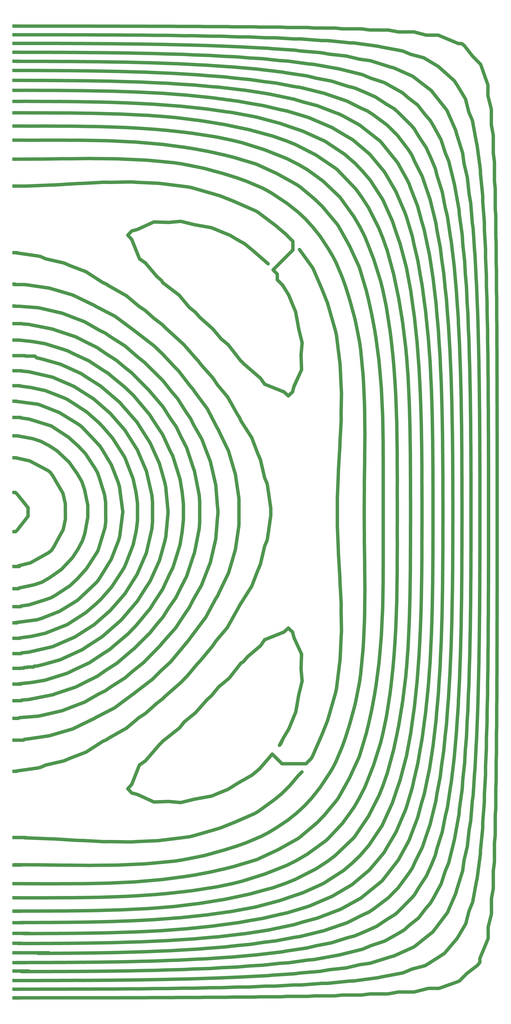
<source format=gbr>
%TF.GenerationSoftware,KiCad,Pcbnew,7.0.1-3b83917a11~172~ubuntu22.04.1*%
%TF.CreationDate,2023-12-10T14:17:05-05:00*%
%TF.ProjectId,coil_template_first,636f696c-5f74-4656-9d70-6c6174655f66,rev?*%
%TF.SameCoordinates,Original*%
%TF.FileFunction,Copper,L1,Top*%
%TF.FilePolarity,Positive*%
%FSLAX46Y46*%
G04 Gerber Fmt 4.6, Leading zero omitted, Abs format (unit mm)*
G04 Created by KiCad (PCBNEW 7.0.1-3b83917a11~172~ubuntu22.04.1) date 2023-12-10 14:17:05*
%MOMM*%
%LPD*%
G01*
G04 APERTURE LIST*
%TA.AperFunction,SMDPad,CuDef*%
%ADD10R,5.000000X5.000000*%
%TD*%
%TA.AperFunction,ViaPad*%
%ADD11C,4.000000*%
%TD*%
%TA.AperFunction,Conductor*%
%ADD12C,5.000000*%
%TD*%
G04 APERTURE END LIST*
D10*
%TO.P,J56,1*%
%TO.N,Net-(J1-Pin_1)*%
X3250000Y-1464373272D03*
%TD*%
%TO.P,J7,1*%
%TO.N,Net-(J1-Pin_1)*%
X3250000Y-115649133D03*
%TD*%
%TO.P,J20,1*%
%TO.N,Net-(J1-Pin_1)*%
X3250000Y-497339098D03*
%TD*%
%TO.P,J54,1*%
%TO.N,Net-(J1-Pin_1)*%
X3250000Y-1438758095D03*
%TD*%
%TO.P,J34,1*%
%TO.N,Net-(J1-Pin_1)*%
X3250000Y-935666707D03*
%TD*%
%TO.P,J33,1*%
%TO.N,Net-(J1-Pin_1)*%
X3250000Y-912969124D03*
%TD*%
%TO.P,J45,1*%
%TO.N,Net-(J1-Pin_1)*%
X3250000Y-1296376540D03*
%TD*%
%TO.P,J10,1*%
%TO.N,Net-(J1-Pin_1)*%
X3250000Y-163296738D03*
%TD*%
%TO.P,J49,1*%
%TO.N,Net-(J1-Pin_1)*%
X3250000Y-1369480685D03*
%TD*%
%TO.P,J35,1*%
%TO.N,Net-(J1-Pin_1)*%
X3250000Y-958233090D03*
%TD*%
%TO.P,J50,1*%
%TO.N,Net-(J1-Pin_1)*%
X3250000Y-1384034762D03*
%TD*%
%TO.P,J44,1*%
%TO.N,Net-(J1-Pin_1)*%
X3250000Y-1269000000D03*
%TD*%
%TO.P,J31,1*%
%TO.N,Net-(J1-Pin_1)*%
X3250000Y-862787199D03*
%TD*%
%TO.P,J13,1*%
%TO.N,Net-(J1-Pin_1)*%
X3250000Y-231461253D03*
%TD*%
%TO.P,J6,1*%
%TO.N,Net-(J1-Pin_1)*%
X3250000Y-101072427D03*
%TD*%
%TO.P,J40,1*%
%TO.N,Net-(J1-Pin_1)*%
X3250000Y-1085440235D03*
%TD*%
%TO.P,J55,1*%
%TO.N,Net-(J1-Pin_1)*%
X3250000Y-1451565684D03*
%TD*%
%TO.P,J48,1*%
%TO.N,Net-(J1-Pin_1)*%
X3250000Y-1353762280D03*
%TD*%
%TO.P,J51,1*%
%TO.N,Net-(J1-Pin_1)*%
X3250000Y-1398006677D03*
%TD*%
%TO.P,J39,1*%
%TO.N,Net-(J1-Pin_1)*%
X3250000Y-1053411796D03*
%TD*%
%TO.P,J5,1*%
%TO.N,Net-(J1-Pin_1)*%
X3250000Y-87515000D03*
%TD*%
%TO.P,J25,1*%
%TO.N,Net-(J1-Pin_1)*%
X3250000Y-611106415D03*
%TD*%
%TO.P,J27,1*%
%TO.N,Net-(J1-Pin_1)*%
X3250000Y-670366786D03*
%TD*%
%TO.P,J2,1*%
%TO.N,Net-(J1-Pin_1)*%
X3250000Y-48565597D03*
%TD*%
%TO.P,J17,1*%
%TO.N,Net-(J1-Pin_1)*%
X3250000Y-415087466D03*
%TD*%
%TO.P,J16,1*%
%TO.N,Net-(J1-Pin_1)*%
X3250000Y-368850000D03*
%TD*%
%TO.P,J30,1*%
%TO.N,Net-(J1-Pin_1)*%
X3250000Y-830223384D03*
%TD*%
%TO.P,J24,1*%
%TO.N,Net-(J1-Pin_1)*%
X3250000Y-587175553D03*
%TD*%
%TO.P,J8,1*%
%TO.N,Net-(J1-Pin_1)*%
X3250000Y-130230000D03*
%TD*%
%TO.P,J3,1*%
%TO.N,Net-(J1-Pin_1)*%
X3250000Y-61260000D03*
%TD*%
%TO.P,J47,1*%
%TO.N,Net-(J1-Pin_1)*%
X3277770Y-1336928064D03*
%TD*%
%TO.P,J23,1*%
%TO.N,Net-(J1-Pin_1)*%
X3250000Y-564446273D03*
%TD*%
%TO.P,J28,1*%
%TO.N,Net-(J1-Pin_1)*%
X3250000Y-721288889D03*
%TD*%
%TO.P,J22,1*%
%TO.N,Net-(J1-Pin_1)*%
X3250000Y-542409727D03*
%TD*%
%TO.P,J32,1*%
%TO.N,Net-(J1-Pin_1)*%
X3250000Y-889195702D03*
%TD*%
%TO.P,J38,1*%
%TO.N,Net-(J1-Pin_1)*%
X3250000Y-1027460455D03*
%TD*%
%TO.P,J36,1*%
%TO.N,Net-(J1-Pin_1)*%
X3250000Y-979854834D03*
%TD*%
%TO.P,J29,1*%
%TO.N,Net-(J1-Pin_1)*%
X3250000Y-778968895D03*
%TD*%
%TO.P,J12,1*%
%TO.N,Net-(J1-Pin_1)*%
X3250000Y-203541365D03*
%TD*%
%TO.P,J46,1*%
%TO.N,Net-(J1-Pin_1)*%
X3250000Y-1317152037D03*
%TD*%
%TO.P,J43,1*%
%TO.N,Net-(J1-Pin_1)*%
X3250000Y-1228544230D03*
%TD*%
%TO.P,J37,1*%
%TO.N,Net-(J1-Pin_1)*%
X3250000Y-1003109754D03*
%TD*%
%TO.P,J9,1*%
%TO.N,Net-(J1-Pin_1)*%
X3250000Y-146519945D03*
%TD*%
%TO.P,J52,1*%
%TO.N,Net-(J1-Pin_1)*%
X3250000Y-1412560755D03*
%TD*%
%TO.P,J4,1*%
%TO.N,Net-(J1-Pin_1)*%
X3250000Y-74320000D03*
%TD*%
%TO.P,J26,1*%
%TO.N,Net-(J1-Pin_1)*%
X3250000Y-638060123D03*
%TD*%
%TO.P,J14,1*%
%TO.N,Net-(J1-Pin_1)*%
X3250000Y-270992320D03*
%TD*%
%TO.P,J19,1*%
%TO.N,Net-(J1-Pin_1)*%
X3250000Y-473171446D03*
%TD*%
%TO.P,J11,1*%
%TO.N,Net-(J1-Pin_1)*%
X3250000Y-182782671D03*
%TD*%
%TO.P,J41,1*%
%TO.N,Net-(J1-Pin_1)*%
X3250000Y-1131252308D03*
%TD*%
%TO.P,J21,1*%
%TO.N,Net-(J1-Pin_1)*%
X3250000Y-520282497D03*
%TD*%
%TO.P,J1,1*%
%TO.N,Net-(J1-Pin_1)*%
X3250000Y-35800000D03*
%TD*%
%TO.P,J18,1*%
%TO.N,Net-(J1-Pin_1)*%
X3250000Y-447280773D03*
%TD*%
%TO.P,J53,1*%
%TO.N,Net-(J1-Pin_1)*%
X3250000Y-1424786180D03*
%TD*%
D11*
%TO.N,Net-(J1-Pin_1)*%
X423340135Y-364323022D03*
X426741852Y-1132192535D03*
X395452677Y-1091342852D03*
X376955656Y-385086344D03*
%TD*%
D12*
%TO.N,Net-(J1-Pin_1)*%
X44580000Y-525258500D02*
X71220000Y-532730000D01*
X566170000Y-421192700D02*
X569380000Y-436520000D01*
X7606323Y-1130720734D02*
X5180000Y-1131070000D01*
X527300000Y-41575300D02*
X553450000Y-41580000D01*
X614270000Y-1129293700D02*
X613750000Y-1131540000D01*
X254220000Y-1058172800D02*
X270350000Y-1045170000D01*
X13711321Y-1269000000D02*
X14126210Y-1268585111D01*
X6640000Y-87637300D02*
X11289699Y-87642980D01*
X116420000Y-1464115300D02*
X83720000Y-1464120000D01*
X100700000Y-622977400D02*
X103780000Y-625680000D01*
X17242405Y-979614076D02*
X12774451Y-979614076D01*
X607420000Y-444886200D02*
X608710000Y-453960000D01*
X11233298Y-497339098D02*
X11390000Y-497495800D01*
X13081672Y-1464151037D02*
X3650000Y-1464150000D01*
X3250000Y-1424786180D02*
X24946180Y-1424786180D01*
X661180000Y-583931800D02*
X661320000Y-595930000D01*
X686400000Y-1010606700D02*
X685650000Y-1034850000D01*
X701200000Y-618828800D02*
X701350000Y-640920000D01*
X700890000Y-1376853700D02*
X688640000Y-1406470000D01*
X598450000Y-1346831700D02*
X585300000Y-1357290000D01*
X355960000Y-366859100D02*
X377140000Y-385190000D01*
X714120000Y-866416100D02*
X714070000Y-873780000D01*
X513440000Y-1317698200D02*
X486230000Y-1332680000D01*
X11390000Y-497495800D02*
X29730000Y-499410000D01*
X588850000Y-1421932600D02*
X575650000Y-1427560000D01*
X166840000Y-671238000D02*
X178440000Y-701090000D01*
X213600000Y-403971100D02*
X196640000Y-384040000D01*
X615510000Y-969892100D02*
X615470000Y-970440000D01*
X373730000Y-1447031300D02*
X347510000Y-1448330000D01*
X700570000Y-961584100D02*
X700570000Y-978720000D01*
X181350000Y-1015536600D02*
X179770000Y-1016890000D01*
X701460000Y-739064300D02*
X701460000Y-760940000D01*
X457000000Y-301081800D02*
X477950000Y-326010000D01*
X567220000Y-757983500D02*
X567190000Y-782030000D01*
X36510964Y-523414600D02*
X34017794Y-520921430D01*
X244080000Y-36320600D02*
X276280000Y-36320000D01*
X480370000Y-248336500D02*
X506000000Y-275170000D01*
X319900000Y-994250600D02*
X337070000Y-972260000D01*
X347520000Y-51671300D02*
X373730000Y-52970000D01*
X504130000Y-205002100D02*
X526490000Y-224020000D01*
X392990000Y-1274109000D02*
X372210000Y-1282260000D01*
X32030000Y-1317191900D02*
X10382877Y-1317217192D01*
X680930000Y-367021400D02*
X681500000Y-372120000D01*
X222230000Y-413077400D02*
X220290000Y-409730000D01*
X279590000Y-642990400D02*
X286280000Y-660710000D01*
X519360000Y-625359800D02*
X519540000Y-634570000D01*
X239110000Y-236734000D02*
X241070000Y-237000000D01*
X210880000Y-1312423400D02*
X190220000Y-1313850000D01*
X132320000Y-147577400D02*
X148120000Y-148000000D01*
X562510000Y-157277700D02*
X567160000Y-161300000D01*
X48520000Y-502552000D02*
X76580000Y-511280000D01*
X175240000Y-264904400D02*
X184680000Y-265490000D01*
X675570000Y-804251700D02*
X675520000Y-815860000D01*
X486270000Y-1460161700D02*
X475050000Y-1461300000D01*
X256540000Y-603308000D02*
X262950000Y-612520000D01*
X339040000Y-66425700D02*
X341560000Y-66650000D01*
X699310000Y-1058049000D02*
X698330000Y-1082960000D01*
X75580000Y-1269215800D02*
X44230000Y-1268740000D01*
X3250000Y-1269000000D02*
X13711321Y-1269000000D01*
X701350000Y-841057200D02*
X701350000Y-859080000D01*
X32990000Y-857079400D02*
X10990000Y-861700000D01*
X443130000Y-331518300D02*
X454240000Y-345490000D01*
X477350000Y-383966200D02*
X485940000Y-404390000D01*
X170630000Y-1156892000D02*
X176460000Y-1150500000D01*
X3250000Y-611106415D02*
X13156715Y-611106415D01*
X545710000Y-890423400D02*
X543890000Y-928760000D01*
X220290000Y-409728200D02*
X213600000Y-403970000D01*
X196640000Y-384040400D02*
X187890000Y-377950000D01*
X141630000Y-61673100D02*
X178830000Y-62090000D01*
X464550000Y-1292248400D02*
X459890000Y-1295290000D01*
X60670000Y-481393200D02*
X63480000Y-482490000D01*
X467710000Y-77213300D02*
X491530000Y-79700000D01*
X546420000Y-850152200D02*
X546270000Y-860080000D01*
X644740000Y-986679600D02*
X644250000Y-993940000D01*
X166560000Y-993987800D02*
X146120000Y-1006940000D01*
X365240000Y-1126800500D02*
X361460000Y-1130150000D01*
X606220000Y-82400400D02*
X625500000Y-93980000D01*
X184950000Y-1165290100D02*
X176570000Y-1163090000D01*
X10913503Y-48565597D02*
X10940000Y-48539100D01*
X525700000Y-1239700800D02*
X512060000Y-1255470000D01*
X710160000Y-263728800D02*
X711300000Y-274950000D01*
X513000000Y-508932600D02*
X513260000Y-510880000D01*
X536310000Y-1174597500D02*
X524740000Y-1197420000D01*
X162970000Y-746916500D02*
X163350000Y-749780000D01*
X3250000Y-958233090D02*
X13546910Y-958233090D01*
X292180000Y-824208500D02*
X285950000Y-840080000D01*
X586320000Y-272652700D02*
X597130000Y-300500000D01*
X300510000Y-1435135700D02*
X299930000Y-1435180000D01*
X300530000Y-939501300D02*
X295380000Y-947140000D01*
X444410000Y-92041200D02*
X479910000Y-98450000D01*
X103700000Y-1232899700D02*
X96510000Y-1232780000D01*
X395452677Y-1091342852D02*
X393850000Y-1093000000D01*
X176590000Y-336951800D02*
X184920000Y-334760000D01*
X333270000Y-350662500D02*
X342330000Y-355560000D01*
X543770000Y-931565100D02*
X540710000Y-966960000D01*
X464480000Y-1442906500D02*
X456150000Y-1442910000D01*
X675640000Y-735740800D02*
X675640000Y-764260000D01*
X166580000Y-630059000D02*
X184670000Y-658780000D01*
X347510000Y-1448327400D02*
X332960000Y-1448330000D01*
X184180000Y-618028900D02*
X200310000Y-643460000D01*
X299910000Y-877670400D02*
X285460000Y-904730000D01*
X55078271Y-1398789915D02*
X41150000Y-1398860000D01*
X618650000Y-888556500D02*
X618590000Y-891610000D01*
X688330000Y-611436900D02*
X688580000Y-648250000D01*
X107030000Y-717194200D02*
X111800000Y-740230000D01*
X701200000Y-600976800D02*
X701200000Y-618830000D01*
X101770000Y-546507200D02*
X110320000Y-552110000D01*
X390624159Y-408738559D02*
X398440000Y-416554400D01*
X662330000Y-783413100D02*
X662300000Y-796630000D01*
X432901752Y-1120143552D02*
X397521352Y-1120143552D01*
X519190000Y-834512800D02*
X519540000Y-865430000D01*
X684460000Y-210308400D02*
X685650000Y-218960000D01*
X661180000Y-916068800D02*
X660420000Y-944620000D01*
X332300000Y-607085100D02*
X335010000Y-611160000D01*
X107020000Y-470390300D02*
X129000000Y-482980000D01*
X324650000Y-1296273300D02*
X302830000Y-1300840000D01*
X540390000Y-1166577900D02*
X536310000Y-1174600000D01*
X421142010Y-1138086900D02*
X421142010Y-1137918009D01*
X101750000Y-61423400D02*
X138560000Y-61670000D01*
X52840000Y-146581200D02*
X67290000Y-146650000D01*
X80020000Y-916210800D02*
X48920000Y-928450000D01*
X113350000Y-527873700D02*
X132070000Y-540140000D01*
X205550000Y-1410235600D02*
X194620000Y-1410420000D01*
X124640000Y-230636900D02*
X155710000Y-230910000D01*
X268130000Y-78190000D02*
X291830000Y-78940000D01*
X603420000Y-802834600D02*
X603350000Y-817290000D01*
X662300000Y-796630100D02*
X662180000Y-823520000D01*
X695300000Y-1175830200D02*
X692910000Y-1206150000D01*
X560880000Y-978543600D02*
X558180000Y-1003340000D01*
X217250000Y-678800900D02*
X224720000Y-705410000D01*
X689870000Y-92102800D02*
X691470000Y-96530000D01*
X117290000Y-1335985300D02*
X83100000Y-1336420000D01*
X598200000Y-1303124000D02*
X592750000Y-1312450000D01*
X407680000Y-1068835300D02*
X399440000Y-1082610000D01*
X586420000Y-833098000D02*
X585980000Y-867290000D01*
X625500000Y-93975100D02*
X627820000Y-95430000D01*
X123780000Y-35934600D02*
X156420000Y-35930000D01*
X244080000Y-1463679200D02*
X236350000Y-1463860000D01*
X701350000Y-658942700D02*
X701430000Y-680900000D01*
X439040000Y-171121200D02*
X442210000Y-172560000D01*
X88140000Y-1317045700D02*
X71990000Y-1317080000D01*
X662130000Y-663441400D02*
X662180000Y-676480000D01*
X711300000Y-274949400D02*
X711300000Y-304410000D01*
X427300000Y-1284959300D02*
X416830000Y-1290240000D01*
X259500000Y-272237000D02*
X260720000Y-272480000D01*
X657960000Y-305588800D02*
X658650000Y-314200000D01*
X619280000Y-648025900D02*
X619320000Y-651860000D01*
X614900000Y-289067800D02*
X615290000Y-290070000D01*
X132530000Y-657510900D02*
X146490000Y-680780000D01*
X94190000Y-74586600D02*
X106020000Y-74700000D01*
X83720000Y-1464115300D02*
X76400000Y-1464140000D01*
X520510000Y-1366469900D02*
X504500000Y-1373200000D01*
X529600000Y-459368900D02*
X533980000Y-482760000D01*
X713860000Y-953954000D02*
X713860000Y-986350000D01*
X408820000Y-1316254200D02*
X394600000Y-1321230000D01*
X519540000Y-865426400D02*
X519360000Y-874640000D01*
X565110000Y-278942000D02*
X577280000Y-307480000D01*
X620460000Y-1087653300D02*
X620000000Y-1092550000D01*
X653480000Y-190002900D02*
X653880000Y-192130000D01*
X615960000Y-538681600D02*
X617400000Y-569050000D01*
X62150000Y-1369631200D02*
X57920000Y-1369650000D01*
X173760000Y-1424580300D02*
X146280000Y-1424900000D01*
X465890000Y-363340100D02*
X472030000Y-373740000D01*
X712100000Y-1185480500D02*
X711300000Y-1195590000D01*
X379290000Y-1364265700D02*
X369090000Y-1365960000D01*
X602910000Y-642433000D02*
X603100000Y-657320000D01*
X557850000Y-96260200D02*
X560920000Y-96840000D01*
X328810000Y-1316174800D02*
X313480000Y-1319380000D01*
X405100000Y-37901200D02*
X435480000Y-37900000D01*
X475900000Y-163072500D02*
X481540000Y-164990000D01*
X66760000Y-660278100D02*
X84340000Y-676870000D01*
X187770000Y-1122046700D02*
X196610000Y-1115900000D01*
X285950000Y-840083400D02*
X279050000Y-858010000D01*
X591580000Y-1144271100D02*
X589330000Y-1155000000D01*
X60660000Y-1018589600D02*
X59230000Y-1018920000D01*
X33410000Y-87672500D02*
X46630000Y-87690000D01*
X345620000Y-264041500D02*
X368300000Y-273640000D01*
X591860000Y-1455609400D02*
X568940000Y-1455610000D01*
X474730000Y-243717300D02*
X478130000Y-246220000D01*
X362250000Y-1400809300D02*
X360370000Y-1401020000D01*
X619320000Y-848141600D02*
X619280000Y-851970000D01*
X283960000Y-1254865400D02*
X277250000Y-1256300000D01*
X21900000Y-416088200D02*
X55320000Y-421020000D01*
X639430000Y-1063684600D02*
X637750000Y-1077720000D01*
X304350000Y-1007255600D02*
X319900000Y-994250000D01*
X297040000Y-1301786600D02*
X266110000Y-1306600000D01*
X677590000Y-325073700D02*
X678790000Y-333650000D01*
X714150000Y-753645200D02*
X714150000Y-786380000D01*
X12533693Y-979854834D02*
X3250000Y-979854834D01*
X449510000Y-152857200D02*
X475900000Y-163070000D01*
X232550000Y-840714000D02*
X221920000Y-863730000D01*
X428190000Y-190255300D02*
X458490000Y-204030000D01*
X606730000Y-335010400D02*
X613730000Y-368460000D01*
X176570000Y-1163089400D02*
X170630000Y-1156890000D01*
X449500000Y-1347121300D02*
X427810000Y-1352880000D01*
X663610000Y-1142926000D02*
X662700000Y-1157110000D01*
X304350000Y-1007255600D02*
X319900000Y-994250000D01*
X414850000Y-124569300D02*
X424870000Y-126060000D01*
X187670000Y-448230800D02*
X196030000Y-453600000D01*
X81300000Y-101350500D02*
X118620000Y-101740000D01*
X688710000Y-688203300D02*
X688710000Y-691710000D01*
X180950000Y-1367403800D02*
X179270000Y-1367450000D01*
X42030000Y-1125539100D02*
X37520000Y-1126410000D01*
X377880000Y-1431496600D02*
X341560000Y-1433350000D01*
X520650000Y-133592900D02*
X535510000Y-140220000D01*
X224720000Y-705408300D02*
X226570000Y-713470000D01*
X700040000Y-481558700D02*
X700040000Y-498080000D01*
X41081027Y-101072427D02*
X41150000Y-101141400D01*
X713680000Y-994084300D02*
X713680000Y-1026280000D01*
X29730000Y-499414100D02*
X48520000Y-502550000D01*
X176480000Y-349450000D02*
X170690000Y-343110000D01*
X333580000Y-1148141300D02*
X317930000Y-1157860000D01*
X156860000Y-792508200D02*
X146290000Y-819680000D01*
X228300000Y-119850300D02*
X253000000Y-121530000D01*
X30560000Y-1384317800D02*
X14650277Y-1384342068D01*
X589000000Y-1316811900D02*
X568180000Y-1337850000D01*
X194620000Y-89575500D02*
X205550000Y-89760000D01*
X698330000Y-402485200D02*
X698330000Y-417040000D01*
X268130000Y-1421808400D02*
X252700000Y-1422630000D01*
X524730000Y-1062580800D02*
X521420000Y-1075960000D01*
X196640000Y-384040400D02*
X187890000Y-377950000D01*
X276910000Y-464228000D02*
X270020000Y-456400000D01*
X368300000Y-273644400D02*
X376480000Y-277920000D01*
X493060000Y-146028900D02*
X512850000Y-155970000D01*
X83100000Y-163581700D02*
X117290000Y-164010000D01*
X663340000Y-222443100D02*
X665490000Y-238070000D01*
X18190152Y-978666329D02*
X17242405Y-979614076D01*
X513260000Y-510883800D02*
X516660000Y-546850000D01*
X592070000Y-186637400D02*
X598780000Y-197980000D01*
X267540000Y-813445300D02*
X257180000Y-844720000D01*
X243940000Y-105753200D02*
X275390000Y-107550000D01*
X575360000Y-72482200D02*
X587050000Y-77390000D01*
X332670000Y-892047500D02*
X316910000Y-920260000D01*
X341230000Y-532163500D02*
X338490000Y-529110000D01*
X467710000Y-1422788100D02*
X454320000Y-1425200000D01*
X644740000Y-513322000D02*
X646150000Y-547190000D01*
X546420000Y-649847700D02*
X546420000Y-650010000D01*
X248900000Y-1346330400D02*
X230630000Y-1347720000D01*
X3250000Y-203541365D02*
X19903365Y-203541365D01*
X248930000Y-639256100D02*
X257320000Y-655780000D01*
X637750000Y-1077721600D02*
X635510000Y-1101460000D01*
X479860000Y-1335455100D02*
X449500000Y-1347120000D01*
X567210000Y-798014700D02*
X567080000Y-821990000D01*
X425570000Y-519120700D02*
X426310000Y-541000000D01*
X584930000Y-907922000D02*
X584780000Y-912220000D01*
X219210000Y-1437289000D02*
X181420000Y-1437910000D01*
X475050000Y-38697900D02*
X486270000Y-39840000D01*
X9015439Y-163296738D02*
X9033157Y-163314456D01*
X427170000Y-501468300D02*
X425570000Y-519120000D01*
X261040000Y-937226600D02*
X259800000Y-939120000D01*
X252700000Y-77370900D02*
X268130000Y-78190000D01*
X648210000Y-628423200D02*
X648260000Y-631380000D01*
X284250000Y-1463435000D02*
X276280000Y-1463680000D01*
X261160000Y-890509400D02*
X255460000Y-898600000D01*
X13156715Y-611106415D02*
X13950000Y-611899700D01*
X360090000Y-1261143000D02*
X359300000Y-1261430000D01*
X225370000Y-1331118700D02*
X201170000Y-1332920000D01*
X583000000Y-140906800D02*
X597000000Y-151710000D01*
X400530000Y-926468500D02*
X406890000Y-920660000D01*
X236350000Y-1463857800D02*
X203950000Y-1463860000D01*
X553460000Y-1458433200D02*
X527290000Y-1458430000D01*
X146490000Y-680780500D02*
X156370000Y-705980000D01*
X332020000Y-259112000D02*
X345620000Y-264040000D01*
X322280000Y-95615700D02*
X360120000Y-98960000D01*
X10897831Y-830223384D02*
X12675419Y-828445796D01*
X324470000Y-36890400D02*
X356010000Y-36890000D01*
X545190000Y-1210329800D02*
X544430000Y-1211630000D01*
X593790000Y-1022917800D02*
X592380000Y-1036660000D01*
X175230000Y-1235096900D02*
X144670000Y-1234550000D01*
X186680000Y-75762700D02*
X213330000Y-76220000D01*
X44200000Y-906317400D02*
X37420000Y-908440000D01*
X271980000Y-525596600D02*
X274020000Y-527610000D01*
X266910000Y-122321500D02*
X294960000Y-124900000D01*
X698330000Y-1097515600D02*
X697030000Y-1123730000D01*
X295690000Y-480902500D02*
X276910000Y-464230000D01*
X203150000Y-233332300D02*
X239110000Y-236730000D01*
X435800000Y-91343500D02*
X444410000Y-92040000D01*
X502550000Y-1439485000D02*
X498150000Y-1439490000D01*
X521420000Y-1075963900D02*
X511430000Y-1109300000D01*
X156370000Y-705983000D02*
X158420000Y-712590000D01*
X674240000Y-936683400D02*
X673780000Y-963330000D01*
X645550000Y-346700000D02*
X646590000Y-352140000D01*
X255460000Y-898598000D02*
X241160000Y-920390000D01*
X3250000Y-163296738D02*
X9015439Y-163296738D01*
X648670000Y-671174100D02*
X648860000Y-708850000D01*
X619630000Y-812146900D02*
X619320000Y-848140000D01*
X241070000Y-1263001000D02*
X239110000Y-1263260000D01*
X205450000Y-652671600D02*
X217250000Y-678800000D01*
X586630000Y-793193900D02*
X586480000Y-826980000D01*
X687290000Y-528909200D02*
X687290000Y-530790000D01*
X90440000Y-982665300D02*
X82400000Y-986750000D01*
X360370000Y-98976400D02*
X362290000Y-99190000D01*
X685650000Y-465207100D02*
X686390000Y-489390000D01*
X498150000Y-1439485000D02*
X464480000Y-1442910000D01*
X184920000Y-334762700D02*
X209000000Y-323700000D01*
X42320000Y-592946500D02*
X69950000Y-603870000D01*
X700040000Y-1018441800D02*
X699310000Y-1042370000D01*
X236680000Y-1394738000D02*
X202810000Y-1396160000D01*
X120980000Y-446089600D02*
X123310000Y-447640000D01*
X308050000Y-1449305100D02*
X292370000Y-1449310000D01*
X375540000Y-707968300D02*
X376410000Y-712480000D01*
X701350000Y-640918500D02*
X701350000Y-658940000D01*
X3250000Y-87515000D02*
X11161719Y-87515000D01*
X637750000Y-422275400D02*
X639420000Y-436320000D01*
X675410000Y-655813700D02*
X675520000Y-684140000D01*
X619990000Y-407449800D02*
X620450000Y-412340000D01*
X372210000Y-217741000D02*
X392110000Y-225560000D01*
X138850000Y-414966500D02*
X142890000Y-417660000D01*
X303140000Y-872777800D02*
X299910000Y-877670000D01*
X110300000Y-116227000D02*
X130070000Y-116570000D01*
X551790000Y-1047039800D02*
X550840000Y-1052830000D01*
X211420000Y-134036000D02*
X219890000Y-134490000D01*
X511430000Y-1001280900D02*
X506300000Y-1027250000D01*
X12650000Y-564999000D02*
X28200000Y-567050000D01*
X633980000Y-660280300D02*
X634150000Y-679510000D01*
X413950000Y-1053334600D02*
X407680000Y-1068840000D01*
X180580000Y-950414700D02*
X176930000Y-953300000D01*
X650810000Y-266497300D02*
X651470000Y-269290000D01*
X581120000Y-975374300D02*
X579890000Y-989460000D01*
X268970000Y-1172202000D02*
X248520000Y-1177190000D01*
X467940000Y-454758400D02*
X476580000Y-484930000D01*
X138220000Y-764479300D02*
X137110000Y-773090000D01*
X482220000Y-973390300D02*
X477760000Y-1009500000D01*
X295250000Y-282048100D02*
X306830000Y-285460000D01*
X585870000Y-872814300D02*
X584930000Y-907920000D01*
X365930000Y-673456400D02*
X372050000Y-700100000D01*
X675640000Y-764259200D02*
X675620000Y-775780000D01*
X370720000Y-1382584600D02*
X351460000Y-1385510000D01*
X293910000Y-1019977600D02*
X304350000Y-1007260000D01*
X416350000Y-1428792600D02*
X382980000Y-1430930000D01*
X55320000Y-1078972800D02*
X21910000Y-1083910000D01*
X247460000Y-798523300D02*
X238720000Y-826580000D01*
X525920000Y-1276545000D02*
X503420000Y-1295460000D01*
X447620000Y-1274654400D02*
X427300000Y-1284960000D01*
X12870000Y-146469500D02*
X16479746Y-146472152D01*
X668980000Y-1080658200D02*
X667190000Y-1100840000D01*
X9901100Y-415736500D02*
X9900776Y-415736176D01*
X459890000Y-1295292300D02*
X455370000Y-1297590000D01*
X30560000Y-115681800D02*
X49540000Y-115740000D01*
X542510000Y-205407500D02*
X543170000Y-206200000D01*
X642450000Y-474608400D02*
X644240000Y-506060000D01*
X424870000Y-1373926600D02*
X414860000Y-1375420000D01*
X178440000Y-701087400D02*
X182880000Y-721400000D01*
X579720000Y-509029900D02*
X579880000Y-510540000D01*
X360790000Y-169813400D02*
X394600000Y-178760000D01*
X247430000Y-701490100D02*
X250570000Y-720260000D01*
X414190000Y-265971900D02*
X420490000Y-269650000D01*
X477760000Y-1009504600D02*
X477520000Y-1010720000D01*
X260610000Y-1436396100D02*
X259750000Y-1436400000D01*
X200310000Y-643464600D02*
X203290000Y-647980000D01*
X28800075Y-1438758701D02*
X21800000Y-1438770000D01*
X313680000Y-1389424300D02*
X285530000Y-1391520000D01*
X211600000Y-119151500D02*
X228300000Y-119850000D01*
X460260000Y-204784400D02*
X462360000Y-206020000D01*
X427800000Y-147099900D02*
X449510000Y-152860000D01*
X519360000Y-874639900D02*
X519090000Y-905710000D01*
X480510000Y-807783500D02*
X480620000Y-812360000D01*
X685650000Y-218956100D02*
X689490000Y-247450000D01*
X616730000Y-130258500D02*
X617350000Y-130730000D01*
X90910000Y-517535200D02*
X113350000Y-527870000D01*
X14850000Y-473493400D02*
X24740000Y-474260000D01*
X560880000Y-521459100D02*
X562420000Y-539120000D01*
X196400000Y-36017000D02*
X203950000Y-36140000D01*
X109120000Y-897865900D02*
X83390000Y-914430000D01*
X593780000Y-477078900D02*
X596330000Y-501100000D01*
X625600000Y-255186400D02*
X633370000Y-279690000D01*
X323710000Y-1337187300D02*
X316170000Y-1338180000D01*
X149020000Y-48803900D02*
X171340000Y-49050000D01*
X338490000Y-529108600D02*
X337320000Y-528410000D01*
X401750000Y-1296273300D02*
X383860000Y-1302530000D01*
X651470000Y-1230712300D02*
X650810000Y-1233500000D01*
X627680000Y-1016908100D02*
X625100000Y-1044960000D01*
X41570000Y-450333100D02*
X74210000Y-457820000D01*
X519540000Y-634574000D02*
X519190000Y-665490000D01*
X539680000Y-65553100D02*
X541320000Y-66070000D01*
X359300000Y-1261428000D02*
X325960000Y-1271420000D01*
X54250000Y-74424800D02*
X65860000Y-74480000D01*
X318940000Y-660421900D02*
X325630000Y-683310000D01*
X338490000Y-529108600D02*
X337320000Y-528410000D01*
X9520000Y-638353100D02*
X30800000Y-642240000D01*
X625590000Y-1244815700D02*
X623200000Y-1254500000D01*
X361460000Y-1130154900D02*
X353080000Y-1137000000D01*
X553520000Y-1347932800D02*
X536740000Y-1359150000D01*
X440590000Y-1112455304D02*
X432901752Y-1120143552D01*
X705620000Y-181064300D02*
X708430000Y-196540000D01*
X73000000Y-834471700D02*
X55890000Y-846540000D01*
X24800000Y-543854700D02*
X59880000Y-551900000D01*
X216070000Y-948792000D02*
X193600000Y-971700000D01*
X335010000Y-611158700D02*
X337200000Y-616220000D01*
X179140000Y-983145200D02*
X166560000Y-993990000D01*
X141610000Y-131407000D02*
X179270000Y-132550000D01*
X230880000Y-324432900D02*
X248540000Y-322840000D01*
X16431953Y-146519945D02*
X16479746Y-146472152D01*
X360370000Y-1401019100D02*
X360120000Y-1401030000D01*
X500900000Y-1266134600D02*
X488130000Y-1277010000D01*
X316910000Y-920262700D02*
X300530000Y-939500000D01*
X563750000Y-1341778900D02*
X553520000Y-1347930000D01*
X627820000Y-95429500D02*
X651120000Y-116250000D01*
X211390000Y-1365964000D02*
X180950000Y-1367400000D01*
X302360000Y-738995500D02*
X303380000Y-749410000D01*
X189090000Y-1350357400D02*
X171640000Y-1351190000D01*
X27160000Y-1353515900D02*
X17884517Y-1353525052D01*
X244790000Y-1408852500D02*
X235420000Y-1409080000D01*
X359860000Y-1330431600D02*
X356580000Y-1331120000D01*
X527290000Y-1458433200D02*
X514420000Y-1460160000D01*
X293910000Y-1019977600D02*
X304350000Y-1007260000D01*
X630150000Y-978299500D02*
X628470000Y-1003000000D01*
X671810000Y-1018133000D02*
X671060000Y-1041820000D01*
X496950000Y-1140891400D02*
X483790000Y-1164670000D01*
X714150000Y-786382600D02*
X714140000Y-793680000D01*
X683970000Y-1291274100D02*
X678130000Y-1323260000D01*
X158680000Y-588873000D02*
X161350000Y-591930000D01*
X584890000Y-1280161100D02*
X568510000Y-1302480000D01*
X577280000Y-307482300D02*
X578860000Y-310990000D01*
X158240000Y-102456900D02*
X162050000Y-102570000D01*
X57850000Y-876096000D02*
X47210000Y-879700000D01*
X13189425Y-1336928064D02*
X13437437Y-1336680052D01*
X249200000Y-1000258900D02*
X225630000Y-1020930000D01*
X277250000Y-1256297800D02*
X251270000Y-1261430000D01*
X651470000Y-269288000D02*
X651550000Y-270090000D01*
X662360000Y-756634900D02*
X662330000Y-783410000D01*
X681500000Y-1127877500D02*
X680930000Y-1132980000D01*
X3250000Y-1369480685D02*
X25693224Y-1369480685D01*
X518740000Y-705771400D02*
X518730000Y-714160000D01*
X206130000Y-725213900D02*
X207080000Y-735310000D01*
X267510000Y-621896500D02*
X279590000Y-642990000D01*
X308130000Y-495722500D02*
X295690000Y-480900000D01*
X603100000Y-657319800D02*
X603350000Y-682710000D01*
X406890000Y-920658600D02*
X413070000Y-926570000D01*
X106020000Y-1425301000D02*
X94190000Y-1425410000D01*
X545430000Y-1253563800D02*
X525920000Y-1276550000D01*
X135100000Y-957767700D02*
X114040000Y-971770000D01*
X635510000Y-1101464500D02*
X632590000Y-1120710000D01*
X603100000Y-842680400D02*
X602910000Y-857570000D01*
X517210000Y-553181500D02*
X518680000Y-585720000D01*
X356000000Y-1463109100D02*
X324470000Y-1463110000D01*
X586480000Y-673021500D02*
X586630000Y-706810000D01*
X688330000Y-891631500D02*
X687910000Y-928830000D01*
X671060000Y-458176700D02*
X671810000Y-481870000D01*
X171340000Y-49051000D02*
X188910000Y-49050000D01*
X545860000Y-1291003000D02*
X544490000Y-1292620000D01*
X337070000Y-972255500D02*
X340690000Y-970130000D01*
X426310000Y-541001300D02*
X415300000Y-565050000D01*
X3250000Y-35800000D02*
X8986165Y-35800000D01*
X614270000Y-370711200D02*
X615960000Y-380910000D01*
X586790000Y-1226548900D02*
X585310000Y-1230930000D01*
X675300000Y-856016800D02*
X675100000Y-884040000D01*
X178570000Y-798454900D02*
X168140000Y-825480000D01*
X182880000Y-721405000D02*
X184980000Y-737360000D01*
X484510000Y-565323600D02*
X485090000Y-574760000D01*
X445590000Y-1461302200D02*
X435480000Y-1462100000D01*
X261210000Y-449367900D02*
X246390000Y-431390000D01*
X386800000Y-52967000D02*
X414750000Y-54700000D01*
X155710000Y-230912900D02*
X164280000Y-231320000D01*
X636560000Y-1398808000D02*
X627120000Y-1404990000D01*
X550240000Y-1246187300D02*
X548020000Y-1250240000D01*
X512060000Y-1255472300D02*
X500900000Y-1266130000D01*
X109180000Y-1103069300D02*
X85850000Y-1111970000D01*
X351460000Y-1385508300D02*
X327720000Y-1387750000D01*
X651550000Y-270093600D02*
X657960000Y-305590000D01*
X653740000Y-1309208600D02*
X652460000Y-1312350000D01*
X157920000Y-165067400D02*
X162220000Y-165220000D01*
X176590000Y-336951800D02*
X176590000Y-336950000D01*
X600820000Y-401064600D02*
X603720000Y-416800000D01*
X668980000Y-419343500D02*
X669840000Y-440710000D01*
X699300000Y-457631800D02*
X700040000Y-481560000D01*
X73520000Y-1412183200D02*
X46630000Y-1412310000D01*
X325960000Y-228573400D02*
X359300000Y-238570000D01*
X541370000Y-1433941800D02*
X539690000Y-1434470000D01*
X318380000Y-504171600D02*
X308130000Y-495720000D01*
X603530000Y-762871000D02*
X603510000Y-777160000D01*
X513260000Y-989112300D02*
X513000000Y-991070000D01*
X688770000Y-771801700D02*
X688710000Y-808290000D01*
X16479746Y-146472152D02*
X27160000Y-146480000D01*
X484550000Y-894673400D02*
X485100000Y-925240000D01*
X376480000Y-277919800D02*
X383020000Y-281820000D01*
X713440000Y-1034252100D02*
X713440000Y-1066160000D01*
X229870000Y-751607200D02*
X226590000Y-786540000D01*
X184950000Y-1165290100D02*
X176570000Y-1163090000D01*
X219210000Y-62710400D02*
X221090000Y-62710000D01*
X665480000Y-1261933600D02*
X663330000Y-1277550000D01*
X698330000Y-417042600D02*
X699300000Y-441950000D01*
X654900000Y-1377363000D02*
X636560000Y-1398810000D01*
X7899972Y-912969124D02*
X8613643Y-912255453D01*
X617240000Y-1268926400D02*
X610190000Y-1284770000D01*
X3250000Y-1131252308D02*
X7074749Y-1131252308D01*
X118620000Y-1054905300D02*
X89580000Y-1068940000D01*
X124310000Y-853847900D02*
X111050000Y-866450000D01*
X71200000Y-967243300D02*
X44590000Y-974720000D01*
X251920000Y-49961700D02*
X268440000Y-49960000D01*
X511430000Y-498762700D02*
X513000000Y-508930000D01*
X3250000Y-368850000D02*
X8082053Y-368850000D01*
X250570000Y-720258700D02*
X252500000Y-738610000D01*
X708430000Y-196542600D02*
X708430000Y-222710000D01*
X528480000Y-1387485200D02*
X515770000Y-1392820000D01*
X674580000Y-923763900D02*
X674240000Y-936680000D01*
X566450000Y-1158260500D02*
X559880000Y-1177930000D01*
X3250000Y-912969124D02*
X7899972Y-912969124D01*
X496760000Y-358656500D02*
X510950000Y-389470000D01*
X382980000Y-1430927500D02*
X377880000Y-1431500000D01*
X14216700Y-74320000D02*
X14260000Y-74363300D01*
X708430000Y-222707400D02*
X710160000Y-235580000D01*
X81360000Y-584360200D02*
X88670000Y-588970000D01*
X286760000Y-1026515300D02*
X293910000Y-1019980000D01*
X353080000Y-1137000900D02*
X333580000Y-1148140000D01*
X61800000Y-61288700D02*
X98390000Y-61420000D01*
X210880000Y-187574500D02*
X228540000Y-189120000D01*
X3250000Y-670366786D02*
X6829986Y-670366786D01*
X37520000Y-1126414700D02*
X7606323Y-1130720734D01*
X118620000Y-101737000D02*
X121580000Y-101790000D01*
X652460000Y-1312350700D02*
X640990000Y-1338930000D01*
X486230000Y-1332680100D02*
X482590000Y-1334520000D01*
X524720000Y-437413600D02*
X529600000Y-459370000D01*
X483090000Y-966412600D02*
X482220000Y-973390000D01*
X563850000Y-940220300D02*
X562420000Y-960880000D01*
X407680000Y-1068835300D02*
X399440000Y-1082610000D01*
X603830000Y-256620500D02*
X614900000Y-289070000D01*
X110230000Y-203726700D02*
X139780000Y-204290000D01*
X392930000Y-1413603000D02*
X369120000Y-1416260000D01*
X477950000Y-326005000D02*
X480260000Y-329210000D01*
X19836540Y-1296376540D02*
X19910000Y-1296450000D01*
X697030000Y-376270600D02*
X698330000Y-402490000D01*
X209120000Y-505682000D02*
X221170000Y-517210000D01*
X65860000Y-1425522100D02*
X54250000Y-1425570000D01*
X545660000Y-1209240200D02*
X545190000Y-1210330000D01*
X697030000Y-1136799500D02*
X695300000Y-1164750000D01*
X348930000Y-149173600D02*
X369590000Y-152610000D01*
X490880000Y-1082022700D02*
X485950000Y-1095620000D01*
X566180000Y-1078802700D02*
X561900000Y-1099210000D01*
X309290000Y-80154000D02*
X330660000Y-81020000D01*
X483490000Y-1400809300D02*
X480710000Y-1401470000D01*
X38100000Y-591644800D02*
X42320000Y-592950000D01*
X672790000Y-282292000D02*
X675210000Y-295680000D01*
X688580000Y-651608200D02*
X688710000Y-688200000D01*
X210530000Y-1349213500D02*
X189090000Y-1350360000D01*
X67290000Y-146647500D02*
X92680000Y-146900000D01*
X270350000Y-1045168100D02*
X286760000Y-1026520000D01*
X532260000Y-1122214700D02*
X524430000Y-1142180000D01*
X405000000Y-160667600D02*
X432350000Y-168880000D01*
X22200000Y-130229600D02*
X57920000Y-130350000D01*
X92190000Y-882705900D02*
X70000000Y-896130000D01*
X25780000Y-74378400D02*
X54250000Y-74420000D01*
X268960000Y-809206600D02*
X268630000Y-810680000D01*
X28590000Y-932892000D02*
X12650000Y-934990000D01*
X213600000Y-403971100D02*
X196640000Y-384040000D01*
X303730000Y-336284200D02*
X321130000Y-343380000D01*
X240970000Y-1329725300D02*
X239460000Y-1329890000D01*
X69100000Y-48573200D02*
X91060000Y-48650000D01*
X714140000Y-826403900D02*
X714120000Y-833720000D01*
X583030000Y-550956500D02*
X584780000Y-587790000D01*
X138560000Y-61673100D02*
X141630000Y-61670000D01*
X110750000Y-998916200D02*
X94220000Y-1007320000D01*
X407510000Y-431174900D02*
X413460000Y-446020000D01*
X297040000Y-198208100D02*
X302830000Y-199160000D01*
X206140000Y-774794100D02*
X198090000Y-809890000D01*
X107570000Y-1352913100D02*
X92680000Y-1353100000D01*
X70000000Y-896131100D02*
X44200000Y-906320000D01*
X619650000Y-807924400D02*
X619630000Y-812150000D01*
X701460000Y-720907900D02*
X701460000Y-739060000D01*
X203950000Y-36142100D02*
X236350000Y-36140000D01*
X447870000Y-112366100D02*
X470310000Y-116640000D01*
X138550000Y-982627800D02*
X125340000Y-991810000D01*
X294060000Y-1167599900D02*
X268970000Y-1172200000D01*
X21398580Y-270992320D02*
X21420000Y-270970900D01*
X334260000Y-731673700D02*
X334270000Y-768330000D01*
X519090000Y-905712900D02*
X518680000Y-914280000D01*
X21800000Y-1438768000D02*
X18230000Y-1438770000D01*
X292160000Y-675799200D02*
X299660000Y-708420000D01*
X417760000Y-1044115700D02*
X413950000Y-1053330000D01*
X418980000Y-1262237000D02*
X404840000Y-1269370000D01*
X413950000Y-1053334600D02*
X407680000Y-1068840000D01*
X592750000Y-1312451300D02*
X589000000Y-1316810000D01*
X442210000Y-172564700D02*
X470790000Y-184780000D01*
X457400000Y-134036000D02*
X459930000Y-134710000D01*
X295380000Y-947135400D02*
X277630000Y-968500000D01*
X650810000Y-1233502800D02*
X642820000Y-1265770000D01*
X685170000Y-450067400D02*
X685650000Y-465210000D01*
X222230000Y-413077400D02*
X220290000Y-409730000D01*
X126800000Y-851010900D02*
X124310000Y-853850000D01*
X166480000Y-870092700D02*
X161900000Y-875450000D01*
X661870000Y-636271600D02*
X662130000Y-663440000D01*
X258250000Y-137403600D02*
X262370000Y-137840000D01*
X109850000Y-833401000D02*
X96210000Y-848500000D01*
X597720000Y-980631200D02*
X596330000Y-998900000D01*
X14528046Y-473171446D02*
X14850000Y-473493400D01*
X582910000Y-548830800D02*
X583030000Y-550960000D01*
X662130000Y-836558800D02*
X661870000Y-863730000D01*
X18230000Y-61231900D02*
X21800000Y-61230000D01*
X567080000Y-678008600D02*
X567210000Y-701990000D01*
X674900000Y-896276300D02*
X674580000Y-923760000D01*
X415270000Y-934937500D02*
X426310000Y-959000000D01*
X642820000Y-234226100D02*
X650810000Y-266500000D01*
X372050000Y-799938700D02*
X365940000Y-826550000D01*
X383860000Y-1302531900D02*
X375380000Y-1304780000D01*
X659070000Y-514580600D02*
X660230000Y-544450000D01*
X49290000Y-571659300D02*
X75040000Y-581640000D01*
X568490000Y-44373900D02*
X591780000Y-44370000D01*
X261210000Y-449367900D02*
X246390000Y-431390000D01*
X417590000Y-455934800D02*
X422190000Y-481030000D01*
X126230000Y-692411800D02*
X129580000Y-702320000D01*
X261210000Y-449367900D02*
X246390000Y-431390000D01*
X170970000Y-929278500D02*
X149500000Y-947420000D01*
X516110000Y-249101500D02*
X527410000Y-262440000D01*
X600350000Y-560908700D02*
X601180000Y-578360000D01*
X38910000Y-101134000D02*
X41150000Y-101140000D01*
X221170000Y-517212600D02*
X239030000Y-536210000D01*
X461030000Y-1364849900D02*
X459920000Y-1365280000D01*
X625430000Y-1164852500D02*
X623940000Y-1174870000D01*
X546510000Y-810175500D02*
X546420000Y-849990000D01*
X12637030Y-115649133D02*
X12643624Y-115655727D01*
X565030000Y-580647300D02*
X565700000Y-598750000D01*
X342330000Y-355563300D02*
X355960000Y-366860000D01*
X688580000Y-848391600D02*
X688580000Y-851750000D01*
X217810000Y-1091282200D02*
X220900000Y-1088500000D01*
X418910000Y-1192832100D02*
X405760000Y-1203330000D01*
X323710000Y-162807800D02*
X356610000Y-168880000D01*
X227280000Y-76762200D02*
X252700000Y-77370000D01*
X634250000Y-799536900D02*
X634150000Y-820490000D01*
X166070000Y-88816400D02*
X194620000Y-89580000D01*
X318070000Y-95445200D02*
X322280000Y-95620000D01*
X497130000Y-1062009800D02*
X490880000Y-1082020000D01*
X687910000Y-928827200D02*
X687910000Y-931420000D01*
X286660000Y-1342381900D02*
X272920000Y-1343790000D01*
X43200000Y-163366400D02*
X76980000Y-163520000D01*
X687910000Y-931422800D02*
X687290000Y-969210000D01*
X276500000Y-735151900D02*
X276510000Y-764840000D01*
X166220000Y-629578000D02*
X166430000Y-629830000D01*
X270350000Y-1045168100D02*
X286760000Y-1026520000D01*
X661780000Y-876387000D02*
X661320000Y-904070000D01*
X615510000Y-530109800D02*
X615960000Y-538680000D01*
X199040000Y-166968400D02*
X201170000Y-167080000D01*
X211580000Y-1450573400D02*
X188910000Y-1450950000D01*
X41580000Y-1049656000D02*
X38790000Y-1050210000D01*
X128510000Y-183560900D02*
X151260000Y-184300000D01*
X422190000Y-481032400D02*
X427170000Y-501470000D01*
X240970000Y-170271400D02*
X276860000Y-174690000D01*
X36850000Y-163342200D02*
X43200000Y-163370000D01*
X369590000Y-1347379200D02*
X348930000Y-1350820000D01*
X166910000Y-538029200D02*
X176560000Y-545620000D01*
X567160000Y-161296900D02*
X587540000Y-181450000D01*
X10382877Y-1317217192D02*
X7980000Y-1317220000D01*
X246580000Y-1067602000D02*
X254220000Y-1058170000D01*
X642820000Y-1265770400D02*
X637690000Y-1278190000D01*
X341230000Y-532163500D02*
X338490000Y-529110000D01*
X171640000Y-1351188500D02*
X148120000Y-1352000000D01*
X427160000Y-998542000D02*
X422180000Y-1018960000D01*
X101980000Y-1369282700D02*
X98140000Y-1369320000D01*
X615960000Y-380907300D02*
X619990000Y-407450000D01*
X36850000Y-1336657300D02*
X13437437Y-1336680052D01*
X124320000Y-884743200D02*
X109120000Y-897870000D01*
X606750000Y-1164997200D02*
X602910000Y-1177790000D01*
X713680000Y-505915600D02*
X713860000Y-513650000D01*
X372050000Y-562244100D02*
X365890000Y-553400000D01*
X330660000Y-1418976700D02*
X309290000Y-1419840000D01*
X406890000Y-579387400D02*
X400490000Y-573550000D01*
X244790000Y-91146200D02*
X276540000Y-92830000D01*
X705790000Y-1340743100D02*
X700890000Y-1360140000D01*
X322270000Y-1404381200D02*
X318070000Y-1404550000D01*
X61800000Y-1438711100D02*
X58290000Y-1438710000D01*
X117830000Y-640444100D02*
X129550000Y-652950000D01*
X276280000Y-1463679200D02*
X244080000Y-1463680000D01*
X608720000Y-1046047300D02*
X607430000Y-1055110000D01*
X133830000Y-412798700D02*
X138850000Y-414970000D01*
X353060000Y-640822600D02*
X361950000Y-664150000D01*
X170660000Y-117559600D02*
X189280000Y-118100000D01*
X3250000Y-935666707D02*
X11973293Y-935666707D01*
X14126210Y-1268585111D02*
X4070000Y-1268520000D01*
X485940000Y-404387800D02*
X490860000Y-417970000D01*
X169350000Y-184966200D02*
X190220000Y-186150000D01*
X612150000Y-487630500D02*
X612590000Y-491760000D01*
X441840000Y-1110087600D02*
X440590000Y-1112200000D01*
X200770000Y-569961400D02*
X201470000Y-570780000D01*
X83390000Y-914425800D02*
X81810000Y-915440000D01*
X486270000Y-39840500D02*
X514420000Y-39840000D01*
X476580000Y-484927400D02*
X477510000Y-489290000D01*
X502540000Y-60521400D02*
X530920000Y-64350000D01*
X213330000Y-1423778200D02*
X186680000Y-1424240000D01*
X468070000Y-1133142500D02*
X453700000Y-1154900000D01*
X505390000Y-237865800D02*
X516110000Y-249100000D01*
X632440000Y-920662800D02*
X631900000Y-939280000D01*
X319900000Y-994250600D02*
X337070000Y-972260000D01*
X236350000Y-36142100D02*
X244080000Y-36320000D01*
X405080000Y-296452200D02*
X421420000Y-309430000D01*
X674900000Y-603723300D02*
X675100000Y-615960000D01*
X259510000Y-1227756900D02*
X223390000Y-1232220000D01*
X169350000Y-1315032800D02*
X151260000Y-1315700000D01*
X196400000Y-1463982900D02*
X163850000Y-1463980000D01*
X482590000Y-1334524700D02*
X479860000Y-1335460000D01*
X620450000Y-412343200D02*
X624350000Y-444980000D01*
X187770000Y-1122046700D02*
X196610000Y-1115900000D01*
X608110000Y-165907700D02*
X615650000Y-174530000D01*
X400530000Y-926468500D02*
X406890000Y-920660000D01*
X669880000Y-1428117500D02*
X658590000Y-1439460000D01*
X17139765Y-1085440235D02*
X18320000Y-1084260000D01*
X13184298Y-889195702D02*
X14290000Y-888090000D01*
X685650000Y-1034847400D02*
X685180000Y-1049930000D01*
X266110000Y-1306604900D02*
X253340000Y-1308180000D01*
X148220000Y-641390600D02*
X165050000Y-667840000D01*
X262370000Y-1362156800D02*
X258240000Y-1362590000D01*
X48920000Y-928450500D02*
X28590000Y-932890000D01*
X197270000Y-861311000D02*
X184870000Y-880940000D01*
X700570000Y-978721600D02*
X700040000Y-1001920000D01*
X651020000Y-389629500D02*
X651030000Y-389880000D01*
X12675419Y-828445796D02*
X10050000Y-829100000D01*
X506300000Y-1027249300D02*
X504870000Y-1033960000D01*
X202810000Y-103842800D02*
X236680000Y-105260000D01*
X198090000Y-809886300D02*
X198020000Y-810150000D01*
X246580000Y-1067602000D02*
X254220000Y-1058170000D01*
X714120000Y-666277100D02*
X714140000Y-673600000D01*
X546420000Y-650015000D02*
X546510000Y-689820000D01*
X217810000Y-1091282200D02*
X220900000Y-1088500000D01*
X243940000Y-1394244900D02*
X236680000Y-1394740000D01*
X661320000Y-595925500D02*
X661780000Y-623610000D01*
X567210000Y-701985500D02*
X567190000Y-717970000D01*
X209000000Y-323698200D02*
X230880000Y-324430000D01*
X615650000Y-174534500D02*
X620040000Y-181950000D01*
X668030000Y-1355208000D02*
X657250000Y-1373540000D01*
X375550000Y-792038400D02*
X372050000Y-799940000D01*
X388590000Y-1380467300D02*
X370720000Y-1382580000D01*
X48010000Y-1317215400D02*
X32030000Y-1317190000D01*
X619320000Y-651858100D02*
X619630000Y-687850000D01*
X546270000Y-860079100D02*
X545710000Y-889770000D01*
X518680000Y-585724300D02*
X519080000Y-594290000D01*
X608710000Y-453955700D02*
X612150000Y-487630000D01*
X49540000Y-1384255300D02*
X30560000Y-1384320000D01*
X675300000Y-643983000D02*
X675410000Y-655810000D01*
X275740000Y-725259300D02*
X276500000Y-735150000D01*
X397521352Y-1120143552D02*
X383280000Y-1105902200D01*
X342330000Y-355563300D02*
X355960000Y-366860000D01*
X355960000Y-366859100D02*
X376955656Y-385086344D01*
X3250000Y-497339098D02*
X11233298Y-497339098D01*
X565360000Y-1220493800D02*
X550240000Y-1246190000D01*
X328980000Y-805319600D02*
X325640000Y-816680000D01*
X623940000Y-1174873100D02*
X615960000Y-1207400000D01*
X711300000Y-1195588000D02*
X711300000Y-1225050000D01*
X369590000Y-152613400D02*
X394270000Y-158420000D01*
X688770000Y-731773800D02*
X688770000Y-768230000D01*
X44530000Y-853171900D02*
X32990000Y-857080000D01*
X47210000Y-879700800D02*
X24930000Y-886680000D01*
X620670000Y-1365778100D02*
X619630000Y-1367140000D01*
X506000000Y-275165800D02*
X514060000Y-286130000D01*
X511430000Y-390717700D02*
X521420000Y-424040000D01*
X603510000Y-722835100D02*
X603530000Y-737130000D01*
X221920000Y-863732100D02*
X209970000Y-881920000D01*
X425570000Y-519120700D02*
X426310000Y-541000000D01*
X713430000Y-433835800D02*
X713430000Y-465750000D01*
X459920000Y-1365275900D02*
X457330000Y-1365960000D01*
X131170000Y-48803900D02*
X149020000Y-48800000D01*
X531670000Y-166072500D02*
X552230000Y-181280000D01*
X8659677Y-369427624D02*
X37510000Y-373580000D01*
X367040000Y-1226844600D02*
X345620000Y-1235950000D01*
X399440000Y-1082614100D02*
X395452677Y-1091342852D01*
X609940000Y-49133000D02*
X627520000Y-49130000D01*
X581120000Y-524681700D02*
X582910000Y-548830000D01*
X479030000Y-771418300D02*
X480510000Y-807780000D01*
X166420000Y-566637000D02*
X179170000Y-578900000D01*
X92610000Y-933931700D02*
X60510000Y-947830000D01*
X101750000Y-1438576500D02*
X98390000Y-1438580000D01*
X535980000Y-495732100D02*
X540060000Y-526280000D01*
X472210000Y-1126176300D02*
X468070000Y-1133140000D01*
X201470000Y-570782600D02*
X222540000Y-595480000D01*
X170690000Y-343108000D02*
X176590000Y-336950000D01*
X464480000Y-57093700D02*
X498150000Y-60520000D01*
X423930000Y-1228084100D02*
X421540000Y-1229820000D01*
X230630000Y-152277100D02*
X248910000Y-153670000D01*
X286760000Y-1026515300D02*
X293910000Y-1019980000D01*
X248540000Y-322838000D02*
X268970000Y-327810000D01*
X519540000Y-1154424100D02*
X510800000Y-1171610000D01*
X220440000Y-134527900D02*
X258250000Y-137400000D01*
X111050000Y-866451300D02*
X97240000Y-879390000D01*
X553450000Y-41575300D02*
X568490000Y-44370000D01*
X216960000Y-1290709000D02*
X181560000Y-1293770000D01*
X422180000Y-1018963500D02*
X417760000Y-1044120000D01*
X76610000Y-988669000D02*
X48510000Y-997430000D01*
X128090000Y-1017510700D02*
X107010000Y-1029600000D01*
X146290000Y-819675700D02*
X130550000Y-845290000D01*
X579730000Y-990966700D02*
X575310000Y-1026860000D01*
X476620000Y-1117741500D02*
X472210000Y-1126180000D01*
X545710000Y-889774300D02*
X545710000Y-890420000D01*
X480520000Y-692219000D02*
X479030000Y-728580000D01*
X571240000Y-1144603200D02*
X566450000Y-1158260000D01*
X94230000Y-492657900D02*
X109970000Y-500670000D01*
X295690000Y-480902500D02*
X276910000Y-464230000D01*
X631550000Y-202912700D02*
X637850000Y-222240000D01*
X307180000Y-1214439000D02*
X295250000Y-1217940000D01*
X43680000Y-1464142200D02*
X36380000Y-1464150000D01*
X417590000Y-455934800D02*
X422190000Y-481030000D01*
X630850000Y-961604800D02*
X630150000Y-978300000D01*
X327720000Y-112247000D02*
X351460000Y-114490000D01*
X660420000Y-555381900D02*
X661180000Y-583930000D01*
X615290000Y-1209934000D02*
X614920000Y-1210900000D01*
X423310000Y-364288200D02*
X423340135Y-364323022D01*
X233920000Y-970171200D02*
X219160000Y-983740000D01*
X477520000Y-1010718900D02*
X476580000Y-1015110000D01*
X17647289Y-1353762280D02*
X17884517Y-1353525052D01*
X500570000Y-202207100D02*
X504130000Y-205000000D01*
X562420000Y-960877000D02*
X560880000Y-978540000D01*
X568510000Y-1302481700D02*
X553990000Y-1317120000D01*
X365240000Y-1126800500D02*
X361460000Y-1130150000D01*
X103780000Y-625677000D02*
X117830000Y-640440000D01*
X653840000Y-1441292000D02*
X628520000Y-1450300000D01*
X646400000Y-552394000D02*
X647420000Y-587940000D01*
X317930000Y-1157860000D02*
X303980000Y-1163470000D01*
X55320000Y-421019500D02*
X66680000Y-424350000D01*
X673240000Y-522713800D02*
X673780000Y-536670000D01*
X424930000Y-272793900D02*
X445770000Y-290180000D01*
X701460000Y-779092100D02*
X701430000Y-800980000D01*
X482780000Y-846511800D02*
X482900000Y-853700000D01*
X25693224Y-1369480685D02*
X25970116Y-1369757577D01*
X616070000Y-1324826700D02*
X608640000Y-1333480000D01*
X230890000Y-1175580800D02*
X208990000Y-1176320000D01*
X349210000Y-1311897600D02*
X328810000Y-1316170000D01*
X241070000Y-236996100D02*
X251290000Y-238570000D01*
X144810000Y-492213500D02*
X166600000Y-506000000D01*
X565700000Y-901255800D02*
X565030000Y-919350000D01*
X589320000Y-345012000D02*
X591560000Y-355720000D01*
X27510000Y-824749300D02*
X12675419Y-828445796D01*
X543760000Y-568432800D02*
X543890000Y-571240000D01*
X667190000Y-399158700D02*
X668980000Y-419340000D01*
X491530000Y-1420304900D02*
X467710000Y-1422790000D01*
X503260000Y-315657900D02*
X512310000Y-331120000D01*
X675520000Y-684137800D02*
X675570000Y-695750000D01*
X24740000Y-474255500D02*
X59220000Y-481060000D01*
X464430000Y-442811800D02*
X467940000Y-454760000D01*
X138560000Y-1368648100D02*
X101980000Y-1369280000D01*
X546270000Y-425361400D02*
X550840000Y-447170000D01*
X567190000Y-782027500D02*
X567210000Y-798010000D01*
X318070000Y-1404551600D02*
X283710000Y-1406940000D01*
X558180000Y-1003343700D02*
X556610000Y-1016120000D01*
X527550000Y-86679400D02*
X557850000Y-96260000D01*
X6992998Y-587175553D02*
X7390596Y-587573151D01*
X24930000Y-886680700D02*
X14290000Y-888090000D01*
X713110000Y-1074467000D02*
X713110000Y-1106010000D01*
X179270000Y-482720500D02*
X180150000Y-483290000D01*
X619630000Y-687853200D02*
X619650000Y-692080000D01*
X23970000Y-756327300D02*
X8430000Y-776160000D01*
X567040000Y-661860100D02*
X567080000Y-678010000D01*
X6829986Y-670366786D02*
X7180000Y-670716800D01*
X7970000Y-723944900D02*
X23910000Y-743740000D01*
X541320000Y-66071200D02*
X575360000Y-72480000D01*
X427160000Y-998542000D02*
X422180000Y-1018960000D01*
X170630000Y-1156892000D02*
X176460000Y-1150500000D01*
X8082053Y-368850000D02*
X8659677Y-369427624D01*
X519190000Y-665486400D02*
X519220000Y-674420000D01*
X526490000Y-224020600D02*
X545450000Y-246690000D01*
X619770000Y-772198800D02*
X619650000Y-807920000D01*
X179270000Y-1367452300D02*
X141610000Y-1368590000D01*
X3250000Y-115649133D02*
X12637030Y-115649133D01*
X10990000Y-447643900D02*
X3613127Y-447643900D01*
X372050000Y-937777700D02*
X400530000Y-926470000D01*
X253000000Y-1378469800D02*
X228300000Y-1380150000D01*
X275750000Y-774746500D02*
X268960000Y-809210000D01*
X384418668Y-394173439D02*
X390624159Y-400378930D01*
X421540000Y-1229819600D02*
X418040000Y-1231870000D01*
X232670000Y-659553900D02*
X236750000Y-667600000D01*
X248910000Y-153667000D02*
X272920000Y-156210000D01*
X623930000Y-325133100D02*
X625420000Y-335140000D01*
X233070000Y-612072000D02*
X241820000Y-624660000D01*
X96150000Y-693508200D02*
X103040000Y-705360000D01*
X268970000Y-327807100D02*
X293830000Y-332210000D01*
X615470000Y-970436700D02*
X612590000Y-1008250000D01*
X425570000Y-980878600D02*
X427160000Y-998540000D01*
X360160000Y-1191675600D02*
X357580000Y-1193160000D01*
X270350000Y-1045168100D02*
X286760000Y-1026520000D01*
X490860000Y-417966500D02*
X497120000Y-437990000D01*
X337320000Y-528408000D02*
X318380000Y-504170000D01*
X294060000Y-1167599900D02*
X268970000Y-1172200000D01*
X333210000Y-146271500D02*
X348930000Y-149170000D01*
X359860000Y-169561300D02*
X360790000Y-169810000D01*
X647420000Y-587944600D02*
X647540000Y-591770000D01*
X3250000Y-721288889D02*
X5313989Y-721288889D01*
X269030000Y-573247800D02*
X287670000Y-598330000D01*
X19910000Y-203548000D02*
X20120000Y-203550000D01*
X146280000Y-1424897400D02*
X134040000Y-1425100000D01*
X675210000Y-295681500D02*
X677590000Y-325070000D01*
X33410000Y-1412327200D02*
X19501637Y-1412344241D01*
X176570000Y-1163089400D02*
X176570000Y-1163090000D01*
X276510000Y-764843400D02*
X275750000Y-774750000D01*
X120120000Y-583545000D02*
X125470000Y-588110000D01*
X675520000Y-815862100D02*
X675410000Y-844190000D01*
X303980000Y-1163465500D02*
X294060000Y-1167600000D01*
X83300000Y-640079600D02*
X98180000Y-653500000D01*
X75700000Y-775964100D02*
X61460000Y-801940000D01*
X524740000Y-1197419900D02*
X506280000Y-1224710000D01*
X392110000Y-225562200D02*
X404660000Y-230570000D01*
X369120000Y-1416257900D02*
X350840000Y-1417190000D01*
X257320000Y-655781300D02*
X267510000Y-686570000D01*
X137380000Y-487065500D02*
X144810000Y-492210000D01*
X7180000Y-670716800D02*
X26310000Y-674940000D01*
X84510000Y-1269190200D02*
X75580000Y-1269220000D01*
X672630000Y-1002698700D02*
X671810000Y-1018130000D01*
X686390000Y-489394100D02*
X686390000Y-490240000D01*
X118600000Y-445064600D02*
X120980000Y-446090000D01*
X617450000Y-570727800D02*
X618590000Y-608390000D01*
X546270000Y-348251700D02*
X552530000Y-366140000D01*
X253340000Y-191820800D02*
X266120000Y-193390000D01*
X220900000Y-1088501300D02*
X221620000Y-1087320000D01*
X122820000Y-164123900D02*
X157920000Y-165070000D01*
X139470000Y-517972900D02*
X153800000Y-527000000D01*
X50980000Y-1451426700D02*
X29090000Y-1451460000D01*
X360790000Y-1330177100D02*
X359860000Y-1330430000D01*
X585310000Y-1230934000D02*
X582590000Y-1236390000D01*
X662180000Y-676476200D02*
X662300000Y-703370000D01*
X369130000Y-83738600D02*
X392930000Y-86390000D01*
X379290000Y-135725900D02*
X381540000Y-136250000D01*
X413600000Y-364992107D02*
X384418668Y-394173439D01*
X425830000Y-54703600D02*
X456150000Y-57090000D01*
X337200000Y-616221200D02*
X353060000Y-640820000D01*
X675620000Y-775777300D02*
X675570000Y-804250000D01*
X599210000Y-960531600D02*
X597720000Y-980630000D01*
X556610000Y-1016115600D02*
X551790000Y-1047040000D01*
X325630000Y-683314100D02*
X328970000Y-694680000D01*
X93010000Y-542466400D02*
X101770000Y-546510000D01*
X160860000Y-908982600D02*
X158520000Y-911030000D01*
X176590000Y-336951800D02*
X184920000Y-334760000D01*
X567190000Y-717972400D02*
X567220000Y-742020000D01*
X268440000Y-49961700D02*
X292370000Y-50690000D01*
X120220000Y-916320400D02*
X92610000Y-933930000D01*
X71990000Y-182919000D02*
X88140000Y-182950000D01*
X701430000Y-819100300D02*
X701350000Y-841060000D01*
X568940000Y-1455609400D02*
X553460000Y-1458430000D01*
X325960000Y-1271421500D02*
X312580000Y-1274730000D01*
X224740000Y-794579400D02*
X217270000Y-821210000D01*
X138050000Y-735686100D02*
X138220000Y-764480000D01*
X203150000Y-1266666400D02*
X196820000Y-1267210000D01*
X365890000Y-553395300D02*
X341230000Y-532160000D01*
X355960000Y-366859100D02*
X377140000Y-385190000D01*
X208990000Y-1176320500D02*
X184950000Y-1165290000D01*
X603720000Y-416795400D02*
X607420000Y-444890000D01*
X235040000Y-572999800D02*
X243970000Y-583420000D01*
X203240000Y-852239800D02*
X197270000Y-861310000D01*
X96210000Y-848504300D02*
X85580000Y-858450000D01*
X21910000Y-1083907800D02*
X18320000Y-1084260000D01*
X111800000Y-740228300D02*
X111840000Y-757790000D01*
X457330000Y-1365964000D02*
X424870000Y-1373930000D01*
X383280000Y-1105902200D02*
X365240000Y-1126800000D01*
X551780000Y-452955800D02*
X556600000Y-483890000D01*
X634150000Y-679513600D02*
X634250000Y-700460000D01*
X254270000Y-1285984100D02*
X223720000Y-1290070000D01*
X377880000Y-68500700D02*
X382980000Y-69070000D01*
X98390000Y-61423400D02*
X101750000Y-61420000D01*
X388010000Y-328850100D02*
X402940000Y-341490000D01*
X197610000Y-1396402200D02*
X162050000Y-1397430000D01*
X675210000Y-1204319900D02*
X672790000Y-1217710000D01*
X565030000Y-919351200D02*
X563850000Y-940220000D01*
X712100000Y-344896700D02*
X712680000Y-354220000D01*
X166080000Y-669462500D02*
X166840000Y-671240000D01*
X272920000Y-1343785900D02*
X248900000Y-1346330000D01*
X579890000Y-989461100D02*
X579730000Y-990970000D01*
X657410000Y-126023800D02*
X667530000Y-143020000D01*
X223710000Y-209927700D02*
X254270000Y-214010000D01*
X337660000Y-1370455700D02*
X305030000Y-1374350000D01*
X184680000Y-265491200D02*
X216410000Y-266900000D01*
X179770000Y-1016894800D02*
X178800000Y-1017510000D01*
X217270000Y-821212500D02*
X207450000Y-843110000D01*
X55770000Y-653123100D02*
X66760000Y-660280000D01*
X504490000Y-126822400D02*
X520650000Y-133590000D01*
X176930000Y-953301800D02*
X154680000Y-972370000D01*
X78880000Y-760726500D02*
X75700000Y-775960000D01*
X138560000Y-1438326700D02*
X101750000Y-1438580000D01*
X130760000Y-564995700D02*
X156280000Y-586760000D01*
X442810000Y-1327156600D02*
X439010000Y-1328860000D01*
X648860000Y-791149400D02*
X648670000Y-828830000D01*
X561270000Y-1403016700D02*
X559020000Y-1403430000D01*
X688640000Y-1412066700D02*
X685190000Y-1416430000D01*
X390624159Y-400378930D02*
X390624159Y-408738559D01*
X637640000Y-1197871300D02*
X633370000Y-1220320000D01*
X125340000Y-991811500D02*
X110750000Y-998920000D01*
X321130000Y-343379500D02*
X333270000Y-350660000D01*
X85850000Y-1111965300D02*
X76550000Y-1115940000D01*
X483790000Y-1164666900D02*
X480500000Y-1170320000D01*
X627670000Y-483094000D02*
X628470000Y-497000000D01*
X549370000Y-251858800D02*
X565110000Y-278940000D01*
X406890000Y-920658600D02*
X413070000Y-926570000D01*
X631900000Y-939279200D02*
X630850000Y-961600000D01*
X243970000Y-583415600D02*
X256540000Y-603310000D01*
X456150000Y-57093700D02*
X464480000Y-57090000D01*
X612970000Y-1450296500D02*
X591860000Y-1455610000D01*
X618590000Y-891605900D02*
X617450000Y-929270000D01*
X168140000Y-825482200D02*
X165440000Y-831740000D01*
X480710000Y-98538000D02*
X483470000Y-99190000D01*
X299930000Y-64823100D02*
X300510000Y-64860000D01*
X581120000Y-1182384100D02*
X578900000Y-1189020000D01*
X634250000Y-700463000D02*
X634320000Y-719450000D01*
X21420000Y-1229028600D02*
X18630000Y-1229000000D01*
X513000000Y-991070800D02*
X511430000Y-1001280000D01*
X713110000Y-393995100D02*
X713110000Y-425530000D01*
X691470000Y-96534400D02*
X700540000Y-122430000D01*
X624350000Y-1055026500D02*
X620460000Y-1087650000D01*
X345620000Y-1235948500D02*
X332030000Y-1240870000D01*
X35840000Y-231273900D02*
X44230000Y-231260000D01*
X78830000Y-101329300D02*
X81300000Y-101350000D01*
X701430000Y-699016900D02*
X701460000Y-720910000D01*
X49540000Y-115744300D02*
X70490000Y-115850000D01*
X713680000Y-1026276800D02*
X713440000Y-1034250000D01*
X128900000Y-800237600D02*
X126790000Y-806830000D01*
X580430000Y-390145200D02*
X581120000Y-393430000D01*
X423340135Y-364323022D02*
X441830000Y-389940000D01*
X516660000Y-546854800D02*
X517210000Y-553180000D01*
X238670000Y-673393900D02*
X247430000Y-701490000D01*
X592380000Y-463338200D02*
X593780000Y-477080000D01*
X687910000Y-571172300D02*
X688330000Y-608370000D01*
X617450000Y-929270900D02*
X617400000Y-930950000D01*
X118620000Y-1398262700D02*
X81300000Y-1398650000D01*
X581120000Y-393427900D02*
X587190000Y-426290000D01*
X148120000Y-148002000D02*
X171640000Y-148810000D01*
X591830000Y-1389372500D02*
X564710000Y-1401550000D01*
X381080000Y-755186600D02*
X376420000Y-787510000D01*
X541490000Y-407018700D02*
X542900000Y-411700000D01*
X494820000Y-1375590800D02*
X470310000Y-1383360000D01*
X141610000Y-1368592500D02*
X138560000Y-1368650000D01*
X3250000Y-830223384D02*
X10897831Y-830223384D01*
X524110000Y-357006900D02*
X532260000Y-377790000D01*
X100150000Y-203580400D02*
X110230000Y-203730000D01*
X381540000Y-1363734000D02*
X379290000Y-1364270000D01*
X458180000Y-263891200D02*
X480720000Y-285250000D01*
X511140000Y-389916700D02*
X511430000Y-390720000D01*
X587190000Y-1073710100D02*
X581120000Y-1106610000D01*
X111790000Y-1316681700D02*
X88140000Y-1317050000D01*
X601190000Y-921637700D02*
X600360000Y-939090000D01*
X128510000Y-1316438700D02*
X111790000Y-1316680000D01*
X580190000Y-1110785400D02*
X571240000Y-1144600000D01*
X597000000Y-151705300D02*
X608110000Y-165910000D01*
X144670000Y-1234552200D02*
X135450000Y-1234670000D01*
X613750000Y-1131537600D02*
X606750000Y-1165000000D01*
X662330000Y-716586900D02*
X662360000Y-743370000D01*
X149020000Y-1451196000D02*
X131170000Y-1451200000D01*
X441080000Y-1170815500D02*
X430860000Y-1181840000D01*
X425830000Y-1445294700D02*
X414750000Y-1445290000D01*
X274020000Y-527609900D02*
X278840000Y-533920000D01*
X685650000Y-1281027200D02*
X684460000Y-1289690000D01*
X350840000Y-82805900D02*
X369130000Y-83740000D01*
X402940000Y-341490500D02*
X413600000Y-352290000D01*
X213600000Y-403971100D02*
X196640000Y-384040000D01*
X57690000Y-623451900D02*
X58030000Y-623560000D01*
X324680000Y-203726700D02*
X338300000Y-207090000D01*
X541500000Y-1092976200D02*
X532260000Y-1122210000D01*
X372050000Y-562244100D02*
X365890000Y-553400000D01*
X566680000Y-861789900D02*
X566440000Y-878520000D01*
X666260000Y-380876800D02*
X667190000Y-399160000D01*
X71990000Y-1317080600D02*
X48010000Y-1317220000D01*
X84510000Y-230809900D02*
X115430000Y-230460000D01*
X246390000Y-431387000D02*
X222230000Y-413080000D01*
X651040000Y-1110119300D02*
X651020000Y-1110370000D01*
X166070000Y-1411183100D02*
X154070000Y-1411320000D01*
X688580000Y-851747100D02*
X688330000Y-888560000D01*
X238720000Y-826578200D02*
X236760000Y-832500000D01*
X624350000Y-444976100D02*
X625100000Y-455040000D01*
X675100000Y-615964400D02*
X675300000Y-643980000D01*
X559820000Y-321929700D02*
X566250000Y-341180000D01*
X14342971Y-1384034762D02*
X14650277Y-1384342068D01*
X121040000Y-915795300D02*
X120220000Y-916320000D01*
X101980000Y-130717000D02*
X138560000Y-131350000D01*
X59220000Y-481060300D02*
X60670000Y-481390000D01*
X515770000Y-1392822300D02*
X483490000Y-1400810000D01*
X585870000Y-627186200D02*
X585980000Y-632710000D01*
X340690000Y-970127900D02*
X346820000Y-962880000D01*
X155710000Y-1269087000D02*
X124640000Y-1269360000D01*
X304890000Y-631371900D02*
X318940000Y-660420000D01*
X171570000Y-862043400D02*
X166480000Y-870090000D01*
X375380000Y-1304776600D02*
X349210000Y-1311900000D01*
X142890000Y-1082338200D02*
X138850000Y-1085030000D01*
X158700000Y-786418700D02*
X156860000Y-792510000D01*
X340690000Y-970127900D02*
X346820000Y-962880000D01*
X141770000Y-546256100D02*
X147450000Y-551030000D01*
X304350000Y-1007255600D02*
X319900000Y-994250000D01*
X156280000Y-586763900D02*
X158680000Y-588870000D01*
X193600000Y-971702800D02*
X179140000Y-983150000D01*
X248520000Y-1177187300D02*
X230890000Y-1175580000D01*
X574170000Y-1034184200D02*
X569390000Y-1063480000D01*
X414750000Y-1445294700D02*
X386800000Y-1447030000D01*
X3250000Y-1384034762D02*
X14342971Y-1384034762D01*
X184990000Y-762645200D02*
X183000000Y-778170000D01*
X338300000Y-207094200D02*
X342980000Y-208500000D01*
X415000000Y-143256300D02*
X427800000Y-147100000D01*
X648860000Y-788910400D02*
X648860000Y-791150000D01*
X5621105Y-778968895D02*
X8430000Y-776160000D01*
X712680000Y-1145785000D02*
X712100000Y-1155100000D01*
X544200000Y-288348200D02*
X545490000Y-290330000D01*
X121580000Y-101788200D02*
X158240000Y-102460000D01*
X76580000Y-511282900D02*
X82420000Y-513210000D01*
X648650000Y-831297300D02*
X648260000Y-868620000D01*
X13889545Y-1027460455D02*
X3250000Y-1027460455D01*
X501140000Y-1297402300D02*
X499070000Y-1298740000D01*
X506290000Y-472755700D02*
X511430000Y-498760000D01*
X117290000Y-164014300D02*
X122820000Y-164120000D01*
X548020000Y-1250239900D02*
X545430000Y-1253560000D01*
X158230000Y-1397542600D02*
X121580000Y-1398210000D01*
X445770000Y-290176000D02*
X457000000Y-301080000D01*
X17884517Y-1353525052D02*
X12870000Y-1353530000D01*
X27160000Y-146483600D02*
X52840000Y-146580000D01*
X714140000Y-673596200D02*
X714140000Y-706320000D01*
X677840000Y-79916300D02*
X689870000Y-92100000D01*
X634320000Y-719445400D02*
X634350000Y-740540000D01*
X333270000Y-350662500D02*
X342330000Y-355560000D01*
X210530000Y-150784900D02*
X230630000Y-152280000D01*
X421420000Y-309431200D02*
X432000000Y-319300000D01*
X154070000Y-1411321500D02*
X126390000Y-1411790000D01*
X394280000Y-1341560700D02*
X369590000Y-1347380000D01*
X640890000Y-1184607900D02*
X637640000Y-1197870000D01*
X8613643Y-912255453D02*
X3220000Y-912970000D01*
X640320000Y-159774300D02*
X652070000Y-186650000D01*
X521420000Y-424040200D02*
X524720000Y-437410000D01*
X140420000Y-204291900D02*
X178760000Y-206100000D01*
X259750000Y-63602900D02*
X260610000Y-63600000D01*
X579880000Y-510541900D02*
X581120000Y-524680000D01*
X545700000Y-609575800D02*
X545710000Y-610230000D01*
X9033157Y-35846992D02*
X36380000Y-35850000D01*
X615960000Y-1207403300D02*
X615290000Y-1209930000D01*
X122040000Y-685196400D02*
X126230000Y-692410000D01*
X31864798Y-977989366D02*
X23199676Y-977989366D01*
X60290000Y-696762900D02*
X75300000Y-722690000D01*
X633770000Y-639703300D02*
X633980000Y-660280000D01*
X596330000Y-501098400D02*
X597720000Y-519370000D01*
X333920000Y-771901300D02*
X328980000Y-805320000D01*
X225630000Y-1020933500D02*
X222310000Y-1024450000D01*
X619770000Y-732174600D02*
X619770000Y-767830000D01*
X399440000Y-1082614100D02*
X393850000Y-1093000000D01*
X334860000Y-887917900D02*
X333750000Y-890410000D01*
X695300000Y-335245700D02*
X697030000Y-363200000D01*
X568780000Y-1261618900D02*
X545860000Y-1291000000D01*
X711300000Y-1225050800D02*
X710160000Y-1236270000D01*
X217810000Y-1091282200D02*
X220900000Y-1088500000D01*
X24740000Y-1025736900D02*
X14850000Y-1026500000D01*
X14260000Y-74363300D02*
X25780000Y-74380000D01*
X406890000Y-579387400D02*
X400490000Y-573550000D01*
X9227023Y-638060123D02*
X9520000Y-638353100D01*
X422190000Y-481032400D02*
X427170000Y-501470000D01*
X701350000Y-859081600D02*
X701200000Y-881170000D01*
X184680000Y-1234509600D02*
X175230000Y-1235100000D01*
X479000000Y-768626000D02*
X479030000Y-771420000D01*
X637690000Y-1278188700D02*
X631630000Y-1296810000D01*
X262370000Y-137839900D02*
X296050000Y-141280000D01*
X97250000Y-804976900D02*
X89230000Y-817220000D01*
X712680000Y-354215300D02*
X712680000Y-385260000D01*
X46630000Y-1412305700D02*
X33410000Y-1412330000D01*
X577420000Y-1192279600D02*
X565360000Y-1220490000D01*
X36380000Y-1464153600D02*
X13081672Y-1464151037D01*
X482900000Y-853696200D02*
X484670000Y-885450000D01*
X220290000Y-409728200D02*
X213600000Y-403970000D01*
X407680000Y-1068835300D02*
X399440000Y-1082610000D01*
X699300000Y-441951700D02*
X699300000Y-457630000D01*
X109080000Y-48654000D02*
X131170000Y-48800000D01*
X548730000Y-1380791200D02*
X528480000Y-1387490000D01*
X253000000Y-503916700D02*
X271980000Y-525600000D01*
X293830000Y-332211900D02*
X303730000Y-336280000D01*
X10940000Y-48539100D02*
X29090000Y-48540000D01*
X110320000Y-552105100D02*
X130760000Y-565000000D01*
X265100000Y-1226582700D02*
X260720000Y-1227520000D01*
X711300000Y-304411700D02*
X712100000Y-314520000D01*
X147450000Y-551029800D02*
X166420000Y-566640000D01*
X656940000Y-1033715600D02*
X654550000Y-1068070000D01*
X413100000Y-573439800D02*
X406890000Y-579390000D01*
X283720000Y-93059000D02*
X318070000Y-95450000D01*
X276910000Y-464228000D02*
X270020000Y-456400000D01*
X276540000Y-92831600D02*
X283720000Y-93060000D01*
X91060000Y-48654000D02*
X109080000Y-48650000D01*
X122820000Y-1335875600D02*
X117290000Y-1335990000D01*
X36380000Y-35846400D02*
X43680000Y-35860000D01*
X470790000Y-184776500D02*
X496100000Y-199740000D01*
X246580000Y-1067602000D02*
X254220000Y-1058170000D01*
X276860000Y-1325310900D02*
X240970000Y-1329730000D01*
X447880000Y-1387622200D02*
X434600000Y-1390880000D01*
X683960000Y-208692400D02*
X684460000Y-210310000D01*
X657170000Y-1026542600D02*
X656940000Y-1033720000D01*
X226590000Y-786536200D02*
X224740000Y-794580000D01*
X464550000Y-1056889800D02*
X456100000Y-1078020000D01*
X220900000Y-1088501300D02*
X221620000Y-1087320000D01*
X107010000Y-1029595300D02*
X89290000Y-1036280000D01*
X463870000Y-1264047400D02*
X447620000Y-1274650000D01*
X19501637Y-1412344241D02*
X6640000Y-1412360000D01*
X7975629Y-182782671D02*
X7980000Y-182778300D01*
X688770000Y-728198400D02*
X688770000Y-731770000D01*
X338300000Y-1292901100D02*
X324650000Y-1296270000D01*
X532260000Y-377787300D02*
X541490000Y-407020000D01*
X561900000Y-1099212900D02*
X554780000Y-1125380000D01*
X57780000Y-269484500D02*
X62360000Y-269380000D01*
X654550000Y-431926600D02*
X656940000Y-466290000D01*
X338490000Y-529108600D02*
X337320000Y-528410000D01*
X24790000Y-956132400D02*
X14690000Y-957090000D01*
X43680000Y-35857700D02*
X76400000Y-35860000D01*
X634150000Y-820486500D02*
X633980000Y-839720000D01*
X479000000Y-731375000D02*
X479000000Y-768630000D01*
X60160000Y-551976100D02*
X60620000Y-552180000D01*
X230890000Y-1175580800D02*
X208990000Y-1176320000D01*
X96510000Y-1232779100D02*
X62360000Y-1230620000D01*
X688710000Y-808286600D02*
X688710000Y-811800000D01*
X417760000Y-1044115700D02*
X413950000Y-1053330000D01*
X245830000Y-543152000D02*
X261540000Y-563640000D01*
X230880000Y-324432900D02*
X248540000Y-322840000D01*
X585980000Y-867289300D02*
X585870000Y-872810000D01*
X81810000Y-915436800D02*
X80020000Y-916210000D01*
X634350000Y-759455700D02*
X634320000Y-780550000D01*
X36540000Y-523414600D02*
X36510964Y-523414600D01*
X221620000Y-1087323300D02*
X246580000Y-1067600000D01*
X713860000Y-986351700D02*
X713680000Y-994080000D01*
X517210000Y-946816200D02*
X516670000Y-953150000D01*
X547870000Y-249544000D02*
X549370000Y-251860000D01*
X701200000Y-881171000D02*
X701200000Y-899020000D01*
X222540000Y-595483600D02*
X233070000Y-612070000D01*
X115430000Y-1269537900D02*
X84510000Y-1269190000D01*
X620040000Y-181945800D02*
X631550000Y-202910000D01*
X94190000Y-1425413200D02*
X65860000Y-1425520000D01*
X552540000Y-1133861400D02*
X545880000Y-1152820000D01*
X38800000Y-449785500D02*
X41570000Y-450330000D01*
X317650000Y-581104200D02*
X332300000Y-607090000D01*
X465400000Y-1230133500D02*
X463070000Y-1232360000D01*
X99980000Y-203577800D02*
X100150000Y-203580000D01*
X131170000Y-1451196000D02*
X109080000Y-1451350000D01*
X486620000Y-292579400D02*
X503260000Y-315660000D01*
X671060000Y-1041824700D02*
X669850000Y-1059290000D01*
X268920000Y-690767900D02*
X275740000Y-725260000D01*
X36530000Y-976570000D02*
X33284164Y-976570000D01*
X710160000Y-1236271400D02*
X710160000Y-1264420000D01*
X57920000Y-1369652300D02*
X25970116Y-1369757577D01*
X58030000Y-623561400D02*
X58150000Y-623630000D01*
X303380000Y-749409900D02*
X303380000Y-750590000D01*
X631630000Y-1296805200D02*
X620390000Y-1317450000D01*
X59230000Y-1018917500D02*
X24740000Y-1025740000D01*
X182200000Y-948757400D02*
X180580000Y-950410000D01*
X23910000Y-743735300D02*
X23970000Y-756330000D01*
X458490000Y-204030300D02*
X460260000Y-204780000D01*
X123780000Y-1464065300D02*
X116420000Y-1464120000D01*
X246390000Y-431387000D02*
X222230000Y-413080000D01*
X157920000Y-1334931800D02*
X122820000Y-1335880000D01*
X3250000Y-778968895D02*
X5621105Y-778968895D01*
X3250000Y-61260000D02*
X21770000Y-61260000D01*
X110300000Y-1383772700D02*
X89720000Y-1383990000D01*
X166600000Y-505995600D02*
X184500000Y-521630000D01*
X41150000Y-1398858300D02*
X38910000Y-1398870000D01*
X346820000Y-962875800D02*
X366050000Y-946620000D01*
X413070000Y-926573900D02*
X415270000Y-934940000D01*
X221250000Y-474497800D02*
X226080000Y-479390000D01*
X546450000Y-729884800D02*
X546450000Y-730090000D01*
X658650000Y-314200300D02*
X662700000Y-342890000D01*
X283710000Y-1406938900D02*
X276540000Y-1407170000D01*
X18330000Y-415736500D02*
X9901100Y-415736500D01*
X203410000Y-927632800D02*
X182200000Y-948760000D01*
X360090000Y-238855600D02*
X360490000Y-239030000D01*
X398440000Y-416554400D02*
X407510000Y-431170000D01*
X663600000Y-357071100D02*
X666260000Y-380880000D01*
X76550000Y-384054700D02*
X85840000Y-388020000D01*
X426310000Y-959001900D02*
X425570000Y-980880000D01*
X121580000Y-1398211400D02*
X118620000Y-1398260000D01*
X714120000Y-833722800D02*
X714120000Y-866420000D01*
X444410000Y-1407954500D02*
X435800000Y-1408650000D01*
X151680000Y-1037684800D02*
X123270000Y-1052360000D01*
X236680000Y-105260400D02*
X243940000Y-105750000D01*
X198000000Y-689853600D02*
X198070000Y-690100000D01*
X337070000Y-972255500D02*
X340690000Y-970130000D01*
X209000000Y-323698200D02*
X230880000Y-324430000D01*
X184500000Y-521633200D02*
X195410000Y-530210000D01*
X669850000Y-1059288500D02*
X668980000Y-1080660000D01*
X645560000Y-1153295100D02*
X640890000Y-1184610000D01*
X597130000Y-300500300D02*
X602880000Y-322190000D01*
X659080000Y-985418100D02*
X658850000Y-994790000D01*
X267240000Y-1283984600D02*
X254270000Y-1285980000D01*
X74210000Y-457824200D02*
X89280000Y-463700000D01*
X141630000Y-1438326700D02*
X138560000Y-1438330000D01*
X211600000Y-1380847000D02*
X189280000Y-1381900000D01*
X89280000Y-463702000D02*
X107020000Y-470390000D01*
X109970000Y-500665300D02*
X125210000Y-508100000D01*
X316160000Y-1463435000D02*
X284250000Y-1463440000D01*
X415270000Y-934937500D02*
X426310000Y-959000000D01*
X511940000Y-84527400D02*
X527550000Y-86680000D01*
X456100000Y-1078024100D02*
X442830000Y-1108190000D01*
X266470000Y-879818800D02*
X261160000Y-890510000D01*
X163850000Y-36017000D02*
X196400000Y-36020000D01*
X24946180Y-1424786180D02*
X25780000Y-1425620000D01*
X168910000Y-432330100D02*
X187670000Y-448230000D01*
X65860000Y-74477700D02*
X94190000Y-74590000D01*
X386390000Y-1172929200D02*
X363390000Y-1189700000D01*
X584930000Y-592076900D02*
X585870000Y-627190000D01*
X455370000Y-1297586100D02*
X428070000Y-1309820000D01*
X566440000Y-621483200D02*
X566680000Y-638210000D01*
X268970000Y-1172202000D02*
X248520000Y-1177190000D01*
X503420000Y-1295462700D02*
X501140000Y-1297400000D01*
X203430000Y-892236400D02*
X197980000Y-898710000D01*
X424870000Y-126062600D02*
X457400000Y-134040000D01*
X607430000Y-1055110200D02*
X603730000Y-1083210000D01*
X650810000Y-1112298100D02*
X646600000Y-1147860000D01*
X514420000Y-1460161700D02*
X486270000Y-1460160000D01*
X535510000Y-140217600D02*
X551770000Y-150900000D01*
X283960000Y-245127500D02*
X312010000Y-252870000D01*
X284820000Y-1435654600D02*
X260610000Y-1436400000D01*
X65760000Y-871484000D02*
X57850000Y-876100000D01*
X714150000Y-713617400D02*
X714150000Y-746350000D01*
X164280000Y-1268681800D02*
X155710000Y-1269090000D01*
X511430000Y-1109295700D02*
X511140000Y-1110090000D01*
X541880000Y-204876500D02*
X542510000Y-205410000D01*
X432350000Y-168881300D02*
X439040000Y-171120000D01*
X278840000Y-533924400D02*
X296140000Y-553380000D01*
X648920000Y-751086100D02*
X648860000Y-788910000D01*
X627520000Y-49133000D02*
X657050000Y-61550000D01*
X126390000Y-1411785800D02*
X113730000Y-1411880000D01*
X586690000Y-746801000D02*
X586690000Y-753200000D01*
X688580000Y-648253000D02*
X688580000Y-651610000D01*
X553990000Y-1317123200D02*
X532590000Y-1333380000D01*
X404840000Y-1269372200D02*
X392990000Y-1274110000D01*
X144130000Y-952027800D02*
X135100000Y-957770000D01*
X427170000Y-501468300D02*
X425570000Y-519120000D01*
X644250000Y-993937000D02*
X642450000Y-1025390000D01*
X618340000Y-1368163500D02*
X591830000Y-1389370000D01*
X675570000Y-695748400D02*
X675620000Y-724220000D01*
X601990000Y-601878800D02*
X602420000Y-617680000D01*
X426310000Y-541001300D02*
X415300000Y-565050000D01*
X162220000Y-1334784100D02*
X157920000Y-1334930000D01*
X14690000Y-542904600D02*
X14195127Y-542409727D01*
X3250000Y-74320000D02*
X14216700Y-74320000D01*
X69950000Y-603866200D02*
X94440000Y-618890000D01*
X569390000Y-1063483100D02*
X566180000Y-1078800000D01*
X665490000Y-238069500D02*
X670310000Y-258470000D01*
X398440000Y-416554400D02*
X407510000Y-431170000D01*
X318380000Y-504171600D02*
X308130000Y-495720000D01*
X197610000Y-103596800D02*
X202810000Y-103840000D01*
X58290000Y-61288700D02*
X61800000Y-61290000D01*
X570410000Y-1368577800D02*
X548730000Y-1380790000D01*
X482970000Y-287610000D02*
X486620000Y-292580000D01*
X639420000Y-436317800D02*
X641520000Y-464470000D01*
X685140000Y-1050505700D02*
X683570000Y-1089040000D01*
X657250000Y-1373542100D02*
X654900000Y-1377360000D01*
X648920000Y-748913900D02*
X648920000Y-751090000D01*
X483090000Y-533584500D02*
X484510000Y-565320000D01*
X357890000Y-307033400D02*
X360070000Y-308170000D01*
X619630000Y-1367135300D02*
X618340000Y-1368160000D01*
X302360000Y-562932200D02*
X317650000Y-581100000D01*
X688710000Y-691713300D02*
X688770000Y-728200000D01*
X705620000Y-158130100D02*
X705620000Y-181060000D01*
X341230000Y-532163500D02*
X338490000Y-529110000D01*
X207080000Y-735305400D02*
X207090000Y-764690000D01*
X126390000Y-88213900D02*
X154070000Y-88680000D01*
X360490000Y-239025700D02*
X391130000Y-253160000D01*
X106020000Y-74698800D02*
X134040000Y-74900000D01*
X266940000Y-569949200D02*
X269030000Y-573250000D01*
X187890000Y-377953300D02*
X176480000Y-349450000D01*
X408190000Y-183556200D02*
X428190000Y-190260000D01*
X480260000Y-329209900D02*
X482930000Y-333770000D01*
X44230000Y-1268742300D02*
X35840000Y-1268730000D01*
X46630000Y-87694000D02*
X73520000Y-87820000D01*
X453700000Y-1154901700D02*
X441080000Y-1170820000D01*
X184380000Y-841745600D02*
X171570000Y-862040000D01*
X53970000Y-809949200D02*
X27510000Y-824750000D01*
X546420000Y-849985100D02*
X546420000Y-850150000D01*
X57920000Y-130347300D02*
X62150000Y-130370000D01*
X342980000Y-1291498300D02*
X338300000Y-1292900000D01*
X413600000Y-352290000D02*
X413600000Y-364992107D01*
X137470000Y-1012942500D02*
X128090000Y-1017510000D01*
X181560000Y-206231200D02*
X216960000Y-209290000D01*
X209970000Y-881918600D02*
X203430000Y-892240000D01*
X223390000Y-1232219100D02*
X216410000Y-1233090000D01*
X674230000Y-563315900D02*
X674580000Y-576240000D01*
X29090000Y-1451460800D02*
X10940000Y-1451460000D01*
X488130000Y-1277007500D02*
X464550000Y-1292250000D01*
X651550000Y-1229906000D02*
X651470000Y-1230710000D01*
X287670000Y-598325700D02*
X302360000Y-626750000D01*
X252510000Y-761396400D02*
X250590000Y-779730000D01*
X284860000Y-64345400D02*
X299930000Y-64820000D01*
X475390000Y-1255522200D02*
X463870000Y-1264050000D01*
X302360000Y-626753300D02*
X303880000Y-629040000D01*
X586660000Y-786847800D02*
X586630000Y-793190000D01*
X546450000Y-770115100D02*
X546510000Y-809910000D01*
X312580000Y-1274728100D02*
X290630000Y-1279600000D01*
X646150000Y-547186700D02*
X646400000Y-552390000D01*
X208990000Y-1176320500D02*
X184950000Y-1165290000D01*
X266120000Y-193391500D02*
X297040000Y-198210000D01*
X333750000Y-890412100D02*
X332670000Y-892050000D01*
X135450000Y-1234669900D02*
X103700000Y-1232900000D01*
X176460000Y-1150504500D02*
X187770000Y-1122050000D01*
X303880000Y-629040000D02*
X304890000Y-631370000D01*
X692910000Y-1206152900D02*
X692910000Y-1214490000D01*
X713980000Y-586145600D02*
X714070000Y-593580000D01*
X651030000Y-389877800D02*
X654380000Y-427730000D01*
X689490000Y-251852900D02*
X692910000Y-285510000D01*
X308130000Y-495722500D02*
X295690000Y-480900000D01*
X305110000Y-1357425900D02*
X296050000Y-1358720000D01*
X60510000Y-947831400D02*
X60140000Y-948000000D01*
X154070000Y-88678100D02*
X166070000Y-88820000D01*
X443580000Y-392872700D02*
X455950000Y-421610000D01*
X698330000Y-1082956600D02*
X698330000Y-1097520000D01*
X364740000Y-1462677100D02*
X356000000Y-1463110000D01*
X369090000Y-1365964000D02*
X342550000Y-1369990000D01*
X617350000Y-130734900D02*
X617880000Y-131420000D01*
X158520000Y-911029300D02*
X132720000Y-933600000D01*
X184980000Y-737359700D02*
X184990000Y-762650000D01*
X176480000Y-349450000D02*
X170690000Y-343110000D01*
X496100000Y-199739600D02*
X500570000Y-202210000D01*
X586660000Y-713152200D02*
X586690000Y-746800000D01*
X408940000Y-1152444600D02*
X397080000Y-1164190000D01*
X216410000Y-266904100D02*
X223390000Y-267780000D01*
X236750000Y-667596600D02*
X238670000Y-673390000D01*
X460880000Y-135073600D02*
X493060000Y-146030000D01*
X620390000Y-1317445500D02*
X616070000Y-1324830000D01*
X512850000Y-155965900D02*
X523560000Y-160740000D01*
X321130000Y-343379500D02*
X333270000Y-350660000D01*
X413950000Y-1053334600D02*
X407680000Y-1068840000D01*
X710160000Y-1264423000D02*
X708430000Y-1277290000D01*
X194620000Y-1410423700D02*
X166070000Y-1411180000D01*
X391130000Y-253163500D02*
X414190000Y-265970000D01*
X202810000Y-1396156000D02*
X197610000Y-1396400000D01*
X365890000Y-553395300D02*
X341230000Y-532160000D01*
X276280000Y-36320600D02*
X284250000Y-36560000D01*
X369140000Y-134036000D02*
X379290000Y-135730000D01*
X9902801Y-862787199D02*
X10990000Y-861700000D01*
X603530000Y-737129000D02*
X603530000Y-762870000D01*
X12774451Y-979614076D02*
X12533693Y-979854834D01*
X425570000Y-980878600D02*
X427160000Y-998540000D01*
X615960000Y-961380500D02*
X615510000Y-969890000D01*
X4480000Y-587187700D02*
X7390596Y-587573151D01*
X163850000Y-1463982900D02*
X156420000Y-1464070000D01*
X493470000Y-1353794300D02*
X461030000Y-1364850000D01*
X519080000Y-594286400D02*
X519360000Y-625360000D01*
X415270000Y-934937500D02*
X426310000Y-959000000D01*
X25780000Y-1425621300D02*
X14260000Y-1425640000D01*
X110270000Y-603082900D02*
X128260000Y-618890000D01*
X59910000Y-203490100D02*
X60180000Y-203490000D01*
X184870000Y-880941600D02*
X162620000Y-906980000D01*
X503490000Y-1184147000D02*
X496390000Y-1194200000D01*
X89290000Y-1036278100D02*
X74200000Y-1042160000D01*
X677690000Y-174650500D02*
X683960000Y-208690000D01*
X219890000Y-1365510600D02*
X211390000Y-1365960000D01*
X7074749Y-1131252308D02*
X7606323Y-1130720734D01*
X187890000Y-377953300D02*
X176480000Y-349450000D01*
X360070000Y-308173300D02*
X362530000Y-309640000D01*
X494830000Y-124427900D02*
X504490000Y-126820000D01*
X248670000Y-861338700D02*
X241190000Y-876400000D01*
X115430000Y-230462400D02*
X124640000Y-230640000D01*
X685180000Y-1049933700D02*
X685140000Y-1050510000D01*
X582590000Y-1236390600D02*
X568780000Y-1261620000D01*
X183000000Y-778167600D02*
X178570000Y-798450000D01*
X348930000Y-1350819200D02*
X333210000Y-1353720000D01*
X427160000Y-998542000D02*
X422180000Y-1018960000D01*
X632440000Y-579336200D02*
X633060000Y-600080000D01*
X561900000Y-400791000D02*
X566170000Y-421190000D01*
X225400000Y-168881300D02*
X239460000Y-170110000D01*
X360530000Y-1260954700D02*
X360090000Y-1261140000D01*
X527560000Y-1413339700D02*
X511930000Y-1415490000D01*
X417010000Y-209765400D02*
X424160000Y-213420000D01*
X612590000Y-1008245300D02*
X612160000Y-1012370000D01*
X603420000Y-697165400D02*
X603510000Y-722840000D01*
X267240000Y-216010300D02*
X290640000Y-220390000D01*
X13437437Y-1336680052D02*
X3200000Y-1336690000D01*
X189280000Y-118096100D02*
X211600000Y-119150000D01*
X67290000Y-1353352100D02*
X52840000Y-1353420000D01*
X705790000Y-1318158900D02*
X705790000Y-1340740000D01*
X219160000Y-983744500D02*
X207230000Y-995720000D01*
X486300000Y-1207964700D02*
X465400000Y-1230130000D01*
X76980000Y-163521300D02*
X83100000Y-163580000D01*
X589330000Y-1154995800D02*
X581120000Y-1182380000D01*
X146280000Y-75102300D02*
X173760000Y-75420000D01*
X575310000Y-473143700D02*
X579720000Y-509030000D01*
X648670000Y-828826100D02*
X648650000Y-831300000D01*
X692910000Y-1214485900D02*
X689480000Y-1248150000D01*
X14690000Y-542904600D02*
X24800000Y-543850000D01*
X648650000Y-668702500D02*
X648670000Y-671170000D01*
X3250000Y-48565597D02*
X10913503Y-48565597D01*
X3250000Y-1438758095D02*
X28799469Y-1438758095D01*
X3250000Y-101072427D02*
X41081027Y-101072427D01*
X669840000Y-440709900D02*
X671060000Y-458180000D01*
X100150000Y-1296419400D02*
X99980000Y-1296420000D01*
X413460000Y-446020100D02*
X417590000Y-455930000D01*
X63480000Y-482489300D02*
X94230000Y-492660000D01*
X10990000Y-447643900D02*
X38800000Y-449790000D01*
X76400000Y-1464142200D02*
X43680000Y-1464140000D01*
X394270000Y-158423200D02*
X405000000Y-160670000D01*
X260720000Y-1227517600D02*
X259510000Y-1227760000D01*
X11973293Y-935666707D02*
X12650000Y-934990000D01*
X3250000Y-1451565684D02*
X10834316Y-1451565684D01*
X83100000Y-1336417900D02*
X76980000Y-1336480000D01*
X545490000Y-290332100D02*
X546480000Y-292290000D01*
X294960000Y-124897600D02*
X305030000Y-125650000D01*
X221620000Y-1087323300D02*
X246580000Y-1067600000D01*
X700950000Y-938909200D02*
X700570000Y-961580000D01*
X692910000Y-293846500D02*
X695300000Y-324170000D01*
X156420000Y-35934600D02*
X163850000Y-36020000D01*
X648860000Y-708850500D02*
X648860000Y-711090000D01*
X687910000Y-568577700D02*
X687910000Y-571170000D01*
X657160000Y-473455700D02*
X658850000Y-505210000D01*
X317930000Y-1157860000D02*
X303980000Y-1163470000D01*
X33284164Y-976570000D02*
X31864798Y-977989366D01*
X484670000Y-614548100D02*
X482900000Y-646300000D01*
X291820000Y-1421057200D02*
X268130000Y-1421810000D01*
X353080000Y-1137000900D02*
X333580000Y-1148140000D01*
X341560000Y-1433349300D02*
X339040000Y-1433570000D01*
X267510000Y-686565500D02*
X268590000Y-689340000D01*
X259750000Y-1436396100D02*
X221090000Y-1437290000D01*
X619770000Y-767825400D02*
X619770000Y-772200000D01*
X3250000Y-1317152037D02*
X10317722Y-1317152037D01*
X625420000Y-335140000D02*
X630470000Y-361410000D01*
X481540000Y-164990700D02*
X488900000Y-168690000D01*
X86560000Y-87866700D02*
X113730000Y-88120000D01*
X54250000Y-1425574900D02*
X25780000Y-1425620000D01*
X430860000Y-1181844400D02*
X418910000Y-1192830000D01*
X575310000Y-1026859800D02*
X574170000Y-1034180000D01*
X395780000Y-37322300D02*
X405100000Y-37900000D01*
X625100000Y-1044960200D02*
X624350000Y-1055030000D01*
X501660000Y-1230387700D02*
X475390000Y-1255520000D01*
X712100000Y-314519900D02*
X712100000Y-344900000D01*
X656940000Y-466286000D02*
X657160000Y-473460000D01*
X479030000Y-728580600D02*
X479000000Y-731370000D01*
X700570000Y-538415600D02*
X700950000Y-561090000D01*
X543890000Y-571244300D02*
X545700000Y-609580000D01*
X213590000Y-1030999100D02*
X196620000Y-1046230000D01*
X161030000Y-838716300D02*
X146850000Y-860360000D01*
X254220000Y-1058172800D02*
X270350000Y-1045170000D01*
X424930000Y-72412900D02*
X454320000Y-74790000D01*
X512310000Y-331121000D02*
X519370000Y-345160000D01*
X353070000Y-859184900D02*
X334860000Y-887920000D01*
X221090000Y-1437289000D02*
X219210000Y-1437290000D01*
X449360000Y-1206618500D02*
X423930000Y-1228080000D01*
X29740000Y-1000571700D02*
X13975187Y-1002228337D01*
X683570000Y-410960100D02*
X685130000Y-449490000D01*
X265130000Y-273417300D02*
X295250000Y-282050000D01*
X567220000Y-742016500D02*
X567220000Y-757980000D01*
X98390000Y-1438576500D02*
X61800000Y-1438710000D01*
X139780000Y-1295713400D02*
X110210000Y-1296270000D01*
X312010000Y-1247127200D02*
X283960000Y-1254870000D01*
X181560000Y-1293767400D02*
X178760000Y-1293890000D01*
X198070000Y-690103300D02*
X206130000Y-725210000D01*
X586630000Y-706806000D02*
X586660000Y-713150000D01*
X488900000Y-168689700D02*
X511970000Y-181430000D01*
X218060000Y-946814200D02*
X216070000Y-948790000D01*
X149920000Y-1383067500D02*
X130070000Y-1383430000D01*
X658590000Y-1439460800D02*
X653840000Y-1441290000D01*
X20252887Y-520921430D02*
X19613954Y-520282497D01*
X361970000Y-835844500D02*
X353070000Y-859180000D01*
X340690000Y-970127900D02*
X346820000Y-962880000D01*
X258550000Y-940514900D02*
X233920000Y-970170000D01*
X25970116Y-1369757577D02*
X22200000Y-1369770000D01*
X646400000Y-947607100D02*
X646160000Y-952810000D01*
X654550000Y-1068071200D02*
X654380000Y-1072280000D01*
X383280000Y-1105902200D02*
X365240000Y-1126800000D01*
X515280000Y-1342755400D02*
X493470000Y-1353790000D01*
X610190000Y-1284765800D02*
X598200000Y-1303120000D01*
X272670000Y-973690900D02*
X258750000Y-990380000D01*
X569380000Y-436520700D02*
X574160000Y-465810000D01*
X179270000Y-132546800D02*
X180950000Y-132600000D01*
X407510000Y-431174900D02*
X413460000Y-446020000D01*
X148120000Y-1351997400D02*
X132320000Y-1352420000D01*
X32030000Y-182807500D02*
X48010000Y-182780000D01*
X535090000Y-322922600D02*
X540240000Y-333170000D01*
X103880000Y-792569000D02*
X97250000Y-804980000D01*
X132720000Y-933602800D02*
X109560000Y-948460000D01*
X713980000Y-913854300D02*
X713980000Y-946400000D01*
X11289699Y-87642980D02*
X33410000Y-87670000D01*
X654110000Y-1307206300D02*
X653740000Y-1309210000D01*
X28799469Y-1438758095D02*
X28800075Y-1438758701D01*
X129580000Y-702325000D02*
X136650000Y-725090000D01*
X662700000Y-342894100D02*
X663600000Y-357070000D01*
X667530000Y-143024900D02*
X672390000Y-162060000D01*
X604100000Y-1242833500D02*
X593580000Y-1263940000D01*
X82400000Y-986751500D02*
X76610000Y-988670000D01*
X125620000Y-809026500D02*
X109850000Y-833400000D01*
X89590000Y-431049300D02*
X118600000Y-445060000D01*
X480620000Y-812361000D02*
X482780000Y-846510000D01*
X53070000Y-689098800D02*
X56750000Y-691820000D01*
X574160000Y-465811500D02*
X575310000Y-473140000D01*
X136650000Y-725093400D02*
X138050000Y-735690000D01*
X309290000Y-1419843600D02*
X291820000Y-1421060000D01*
X387670000Y-1215273000D02*
X377400000Y-1221460000D01*
X7980000Y-182778300D02*
X32030000Y-182810000D01*
X296050000Y-1358716800D02*
X262370000Y-1362160000D01*
X116420000Y-35884700D02*
X123780000Y-35930000D01*
X650810000Y-387747700D02*
X651020000Y-389630000D01*
X196820000Y-1267213500D02*
X164280000Y-1268680000D01*
X197810000Y-810613800D02*
X184380000Y-841750000D01*
X454320000Y-1425204700D02*
X424930000Y-1427580000D01*
X89230000Y-817220900D02*
X73000000Y-834470000D01*
X662360000Y-743365100D02*
X662360000Y-756630000D01*
X424160000Y-213423100D02*
X447470000Y-225300000D01*
X131080000Y-878319100D02*
X124320000Y-884740000D01*
X154680000Y-972369200D02*
X138550000Y-982630000D01*
X339040000Y-1433572300D02*
X300510000Y-1435140000D01*
X648860000Y-711089600D02*
X648920000Y-748910000D01*
X8986165Y-35800000D02*
X9033157Y-35846992D01*
X518720000Y-785837200D02*
X518740000Y-794230000D01*
X178760000Y-1293894000D02*
X140420000Y-1295710000D01*
X425570000Y-980878600D02*
X427160000Y-998540000D01*
X270020000Y-456398300D02*
X261210000Y-449370000D01*
X701430000Y-680899700D02*
X701430000Y-699020000D01*
X187770000Y-1122046700D02*
X196610000Y-1115900000D01*
X584780000Y-912215500D02*
X583030000Y-949040000D01*
X485100000Y-925235600D02*
X484510000Y-934680000D01*
X25060000Y-613373100D02*
X57690000Y-623450000D01*
X92680000Y-146898100D02*
X107570000Y-147090000D01*
X88140000Y-182953900D02*
X111790000Y-183320000D01*
X578900000Y-1189015400D02*
X577420000Y-1192280000D01*
X52840000Y-1353418300D02*
X27160000Y-1353520000D01*
X42920000Y-646222700D02*
X55770000Y-653120000D01*
X257180000Y-844720400D02*
X248670000Y-861340000D01*
X447470000Y-225300300D02*
X474730000Y-243720000D01*
X228540000Y-189115600D02*
X253340000Y-191820000D01*
X482780000Y-653490900D02*
X480630000Y-687640000D01*
X178830000Y-62085000D02*
X181420000Y-62090000D01*
X510950000Y-389473600D02*
X511140000Y-389920000D01*
X302360000Y-761042700D02*
X300220000Y-788800000D01*
X687290000Y-530785200D02*
X687910000Y-568580000D01*
X107460000Y-781406200D02*
X103880000Y-792570000D01*
X268970000Y-327807100D02*
X293830000Y-332210000D01*
X109190000Y-396920000D02*
X133830000Y-412800000D01*
X632590000Y-1120713000D02*
X630480000Y-1138600000D01*
X124640000Y-1269363300D02*
X115430000Y-1269540000D01*
X467950000Y-1045247900D02*
X464550000Y-1056890000D01*
X207230000Y-995724900D02*
X181350000Y-1015540000D01*
X3898710Y-415736176D02*
X3250000Y-415087466D01*
X540710000Y-966956900D02*
X540070000Y-973720000D01*
X59880000Y-551897800D02*
X60160000Y-551980000D01*
X689480000Y-1252546800D02*
X685650000Y-1281030000D01*
X617400000Y-930951300D02*
X615960000Y-961380000D01*
X19903365Y-203541365D02*
X19910000Y-203548000D01*
X667190000Y-1100839100D02*
X666260000Y-1119130000D01*
X559880000Y-1177929700D02*
X545660000Y-1209240000D01*
X633770000Y-860297000D02*
X633430000Y-880070000D01*
X302830000Y-199155000D02*
X324680000Y-203730000D01*
X654380000Y-1072275200D02*
X651040000Y-1110120000D01*
X539690000Y-1434468400D02*
X531070000Y-1435650000D01*
X556600000Y-483887700D02*
X558170000Y-496650000D01*
X672390000Y-162059600D02*
X677690000Y-174650000D01*
X700540000Y-122427300D02*
X700540000Y-137980000D01*
X78770000Y-737957500D02*
X78880000Y-760730000D01*
X554780000Y-1125377100D02*
X552540000Y-1133860000D01*
X305040000Y-868482400D02*
X303140000Y-872780000D01*
X241190000Y-876398200D02*
X231560000Y-890050000D01*
X602910000Y-1177789900D02*
X597150000Y-1199510000D01*
X714070000Y-593584900D02*
X714070000Y-626220000D01*
X231560000Y-890051100D02*
X222380000Y-904540000D01*
X426310000Y-541001300D02*
X415060000Y-565970000D01*
X85580000Y-858452500D02*
X65760000Y-871480000D01*
X519370000Y-345158400D02*
X524110000Y-357010000D01*
X407110000Y-1412696100D02*
X392930000Y-1413600000D01*
X337070000Y-972255500D02*
X340690000Y-970130000D01*
X258240000Y-1362593600D02*
X220440000Y-1365470000D01*
X230880000Y-324432900D02*
X248540000Y-322840000D01*
X163350000Y-749783100D02*
X163350000Y-750220000D01*
X421142010Y-1137918009D02*
X426828622Y-1132231397D01*
X318940000Y-839580100D02*
X305040000Y-868480000D01*
X713110000Y-425532700D02*
X713430000Y-433840000D01*
X286280000Y-660710100D02*
X292160000Y-675800000D01*
X542600000Y-1294214000D02*
X513440000Y-1317700000D01*
X581210000Y-260939900D02*
X584610000Y-267660000D01*
X397080000Y-1164189500D02*
X386390000Y-1172930000D01*
X565700000Y-598745200D02*
X566440000Y-621480000D01*
X162620000Y-906976800D02*
X160860000Y-908980000D01*
X69100000Y-1451426700D02*
X50980000Y-1451430000D01*
X48510000Y-997431300D02*
X29740000Y-1000570000D01*
X491530000Y-79700100D02*
X511940000Y-84530000D01*
X713860000Y-546045900D02*
X713980000Y-553600000D01*
X228300000Y-1380148000D02*
X211600000Y-1380850000D01*
X179170000Y-578896300D02*
X198960000Y-602380000D01*
X482930000Y-333772600D02*
X496760000Y-358660000D01*
X328970000Y-694684800D02*
X333910000Y-728100000D01*
X383280000Y-1105902200D02*
X365240000Y-1126800000D01*
X62360000Y-269378200D02*
X96510000Y-267220000D01*
X602420000Y-617682600D02*
X602910000Y-642430000D01*
X552530000Y-366141700D02*
X554780000Y-374620000D01*
X3250000Y-270992320D02*
X21398580Y-270992320D01*
X476580000Y-1015112400D02*
X467950000Y-1045250000D01*
X296050000Y-141279300D02*
X305110000Y-142570000D01*
X683350000Y-1091558900D02*
X681500000Y-1127880000D01*
X663330000Y-1277553700D02*
X654110000Y-1307210000D01*
X110210000Y-1296273300D02*
X100150000Y-1296420000D01*
X652070000Y-186653000D02*
X653480000Y-190000000D01*
X608640000Y-1333481700D02*
X598450000Y-1346830000D01*
X713980000Y-553604400D02*
X713980000Y-586150000D01*
X363390000Y-1189698300D02*
X360160000Y-1191680000D01*
X712680000Y-1114742800D02*
X712680000Y-1145790000D01*
X382980000Y-69069200D02*
X416350000Y-71200000D01*
X111840000Y-757787900D02*
X107460000Y-781410000D01*
X356010000Y-36890400D02*
X364740000Y-37320000D01*
X432000000Y-319295400D02*
X443130000Y-331520000D01*
X14850000Y-1026500000D02*
X13889545Y-1027460455D01*
X713110000Y-1106005200D02*
X712680000Y-1114740000D01*
X196610000Y-1115901600D02*
X217810000Y-1091280000D01*
X362530000Y-309639600D02*
X388010000Y-328850000D01*
X677590000Y-1174924300D02*
X675210000Y-1204320000D01*
X21800000Y-61231900D02*
X58290000Y-61290000D01*
X566680000Y-638210400D02*
X567040000Y-661860000D01*
X134040000Y-1425102700D02*
X106020000Y-1425300000D01*
X213330000Y-76221100D02*
X227280000Y-76760000D01*
X641520000Y-464467900D02*
X642450000Y-474610000D01*
X646160000Y-952812000D02*
X644740000Y-986680000D01*
X434280000Y-246562400D02*
X443530000Y-253120000D01*
X60180000Y-203491600D02*
X99980000Y-203580000D01*
X337320000Y-528408000D02*
X318380000Y-504170000D01*
X376410000Y-712478800D02*
X381080000Y-744810000D01*
X308050000Y-50694100D02*
X332960000Y-51670000D01*
X585300000Y-1357294400D02*
X577170000Y-1364510000D01*
X361460000Y-1130154900D02*
X353080000Y-1137000000D01*
X54295033Y-1398006677D02*
X55078271Y-1398789915D01*
X360120000Y-1401031800D02*
X322270000Y-1404380000D01*
X317930000Y-1157860000D02*
X303980000Y-1163470000D01*
X295250000Y-1217942500D02*
X265100000Y-1226580000D01*
X212100000Y-916754800D02*
X203410000Y-927630000D01*
X176570000Y-1163089400D02*
X170630000Y-1156890000D01*
X350840000Y-1417190500D02*
X330660000Y-1418980000D01*
X3250000Y-862787199D02*
X9902801Y-862787199D01*
X187890000Y-377953300D02*
X176480000Y-349450000D01*
X455950000Y-421611800D02*
X464430000Y-442810000D01*
X456150000Y-1442906500D02*
X425830000Y-1445290000D01*
X478130000Y-246217300D02*
X480370000Y-248340000D01*
X342550000Y-1369993800D02*
X337660000Y-1370460000D01*
X277250000Y-243696600D02*
X283960000Y-245130000D01*
X699310000Y-1042367600D02*
X699310000Y-1058050000D01*
X647540000Y-591766800D02*
X648210000Y-628420000D01*
X109560000Y-948460600D02*
X103390000Y-952570000D01*
X149500000Y-947423200D02*
X144130000Y-952030000D01*
X61460000Y-801936700D02*
X58000000Y-806900000D01*
X710160000Y-235576800D02*
X710160000Y-263730000D01*
X400490000Y-573552000D02*
X372050000Y-562240000D01*
X132320000Y-1352422100D02*
X107570000Y-1352910000D01*
X712680000Y-385256900D02*
X713110000Y-394000000D01*
X258750000Y-990379600D02*
X249200000Y-1000260000D01*
X713440000Y-1066164400D02*
X713110000Y-1074470000D01*
X286670000Y-157614300D02*
X316160000Y-161810000D01*
X504500000Y-1373195500D02*
X494820000Y-1375590000D01*
X373730000Y-52967000D02*
X386800000Y-52970000D01*
X554780000Y-374619400D02*
X561900000Y-400790000D01*
X176560000Y-545615900D02*
X198080000Y-567380000D01*
X546510000Y-809907100D02*
X546510000Y-810180000D01*
X588320000Y-224866600D02*
X593000000Y-235250000D01*
X103040000Y-705358500D02*
X107030000Y-717190000D01*
X589790000Y-109502100D02*
X616730000Y-130260000D01*
X227290000Y-1423236800D02*
X213330000Y-1423780000D01*
X144670000Y-265449600D02*
X175240000Y-264900000D01*
X471320000Y-1314987500D02*
X442810000Y-1327160000D01*
X400490000Y-573552000D02*
X372050000Y-562240000D01*
X571230000Y-355403400D02*
X580180000Y-389210000D01*
X414860000Y-1375418000D02*
X388590000Y-1380470000D01*
X641520000Y-1035529800D02*
X639430000Y-1063680000D01*
X275390000Y-107547900D02*
X285530000Y-108480000D01*
X180660000Y-483750500D02*
X209120000Y-505680000D01*
X560920000Y-96838000D02*
X565380000Y-98710000D01*
X3250000Y-1398006677D02*
X54295033Y-1398006677D01*
X3250000Y-1003109754D02*
X13093770Y-1003109754D01*
X394600000Y-1321227400D02*
X360790000Y-1330180000D01*
X475050000Y-1461302200D02*
X445590000Y-1461300000D01*
X294060000Y-1167599900D02*
X268970000Y-1172200000D01*
X552230000Y-181280200D02*
X567350000Y-196280000D01*
X361460000Y-1130154900D02*
X353080000Y-1137000000D01*
X203950000Y-1463857800D02*
X196400000Y-1463980000D01*
X651120000Y-116254200D02*
X657410000Y-126020000D01*
X519210000Y-825583700D02*
X519190000Y-834510000D01*
X514060000Y-286126000D02*
X524900000Y-302750000D01*
X658850000Y-994786500D02*
X657170000Y-1026540000D01*
X697030000Y-1123728400D02*
X697030000Y-1136800000D01*
X134580000Y-625530200D02*
X148220000Y-641390000D01*
X356580000Y-1331118700D02*
X323710000Y-1337190000D01*
X10317722Y-1317152037D02*
X10382877Y-1317217192D01*
X28200000Y-567048600D02*
X49290000Y-571660000D01*
X497120000Y-437994700D02*
X504860000Y-466030000D01*
X635510000Y-398538600D02*
X637750000Y-422280000D01*
X511970000Y-181432900D02*
X541880000Y-204880000D01*
X161900000Y-875450400D02*
X144620000Y-895170000D01*
X535990000Y-1004271700D02*
X533990000Y-1017240000D01*
X186680000Y-1424236700D02*
X173760000Y-1424580000D01*
X599210000Y-539470300D02*
X600350000Y-560910000D01*
X414750000Y-54703600D02*
X425830000Y-54700000D01*
X130070000Y-1383429800D02*
X110300000Y-1383770000D01*
X700540000Y-137975200D02*
X705620000Y-158130000D01*
X318380000Y-504171600D02*
X308130000Y-495720000D01*
X591560000Y-355720000D02*
X597380000Y-380410000D01*
X597720000Y-519366400D02*
X599210000Y-539470000D01*
X75300000Y-722690900D02*
X78770000Y-737960000D01*
X527410000Y-262438500D02*
X544200000Y-288350000D01*
X7390596Y-587573151D02*
X38100000Y-591640000D01*
X22200000Y-1369769900D02*
X17820000Y-1369780000D01*
X137110000Y-773085300D02*
X128900000Y-800240000D01*
X126790000Y-806831200D02*
X125620000Y-809030000D01*
X673780000Y-963331200D02*
X673240000Y-977290000D01*
X525410000Y-1338182400D02*
X515280000Y-1342760000D01*
X70490000Y-115848800D02*
X89720000Y-116010000D01*
X375380000Y-195220200D02*
X383860000Y-197460000D01*
X262950000Y-612523800D02*
X267510000Y-621900000D01*
X151260000Y-184296400D02*
X169350000Y-184970000D01*
X198020000Y-810154000D02*
X197810000Y-810610000D01*
X130070000Y-116569800D02*
X149920000Y-116930000D01*
X701200000Y-899023300D02*
X700950000Y-921340000D01*
X714140000Y-706320400D02*
X714150000Y-713620000D01*
X328800000Y-183819100D02*
X349210000Y-188100000D01*
X223720000Y-1290069300D02*
X216960000Y-1290710000D01*
X299670000Y-791568300D02*
X292180000Y-824210000D01*
X97240000Y-879385000D02*
X92190000Y-882710000D01*
X700950000Y-578659000D02*
X701200000Y-600980000D01*
X3250000Y-182782671D02*
X7975629Y-182782671D01*
X198960000Y-602377600D02*
X202390000Y-606400000D01*
X226080000Y-479392700D02*
X245380000Y-496920000D01*
X413460000Y-446020100D02*
X417590000Y-455930000D01*
X292370000Y-50694100D02*
X308050000Y-50690000D01*
X259800000Y-939116900D02*
X258550000Y-940510000D01*
X29090000Y-48539100D02*
X50980000Y-48570000D01*
X662700000Y-1157108700D02*
X658660000Y-1185800000D01*
X129000000Y-482978400D02*
X137380000Y-487070000D01*
X630480000Y-1138598800D02*
X625430000Y-1164850000D01*
X415300000Y-565047200D02*
X413100000Y-573440000D01*
X592380000Y-1036664900D02*
X588190000Y-1066160000D01*
X341560000Y-66648400D02*
X377880000Y-68500000D01*
X89720000Y-116013900D02*
X110300000Y-116230000D01*
X454240000Y-345493300D02*
X465890000Y-363340000D01*
X120970000Y-1053892300D02*
X118620000Y-1054910000D01*
X586690000Y-753199000D02*
X586660000Y-786850000D01*
X254220000Y-1058172800D02*
X270350000Y-1045170000D01*
X59910000Y-1296509600D02*
X20120000Y-1296450000D01*
X156420000Y-1464065300D02*
X123780000Y-1464070000D01*
X144620000Y-895165100D02*
X121620000Y-915280000D01*
X662300000Y-703369900D02*
X662330000Y-716590000D01*
X614920000Y-1210898100D02*
X604100000Y-1242830000D01*
X697030000Y-363201600D02*
X697030000Y-376270000D01*
X62150000Y-130368400D02*
X98140000Y-130680000D01*
X366050000Y-946617700D02*
X372050000Y-937780000D01*
X207210000Y-613984100D02*
X222040000Y-636450000D01*
X578860000Y-310990800D02*
X581120000Y-317740000D01*
X220900000Y-1088501300D02*
X221620000Y-1087320000D01*
X188910000Y-1450948800D02*
X171340000Y-1450950000D01*
X293830000Y-332211900D02*
X303730000Y-336280000D01*
X567040000Y-838139900D02*
X566680000Y-861790000D01*
X685190000Y-1416425300D02*
X669880000Y-1428120000D01*
X416350000Y-71204400D02*
X424930000Y-72410000D01*
X365240000Y-1126800500D02*
X361460000Y-1130150000D01*
X593580000Y-1263943300D02*
X589520000Y-1273080000D01*
X640880000Y-315396300D02*
X645550000Y-346700000D01*
X646590000Y-352143600D02*
X650810000Y-387750000D01*
X558170000Y-496652700D02*
X560880000Y-521460000D01*
X403300000Y-104446100D02*
X434610000Y-109110000D01*
X35840000Y-1268725700D02*
X14126210Y-1268585111D01*
X303730000Y-336284200D02*
X321130000Y-343380000D01*
X618650000Y-611442800D02*
X619280000Y-648030000D01*
X73520000Y-87816600D02*
X86560000Y-87870000D01*
X362290000Y-99190700D02*
X397860000Y-103400000D01*
X661320000Y-904074000D02*
X661180000Y-916070000D01*
X328390000Y-1205960200D02*
X307180000Y-1214440000D01*
X397860000Y-1396592200D02*
X362250000Y-1400810000D01*
X403300000Y-1395545500D02*
X397860000Y-1396590000D01*
X550840000Y-447170500D02*
X551780000Y-452960000D01*
X407510000Y-431174900D02*
X413460000Y-446020000D01*
X484670000Y-885453500D02*
X484550000Y-894670000D01*
X22522713Y-978666329D02*
X18190152Y-978666329D01*
X422190000Y-481032400D02*
X427170000Y-501470000D01*
X49910000Y-1122046700D02*
X42030000Y-1125540000D01*
X678800000Y-1166352900D02*
X677590000Y-1174920000D01*
X566440000Y-878516200D02*
X565700000Y-901260000D01*
X686400000Y-1009754500D02*
X686400000Y-1010610000D01*
X74200000Y-1042162700D02*
X41580000Y-1049660000D01*
X63430000Y-1017510700D02*
X60660000Y-1018590000D01*
X567080000Y-821991300D02*
X567040000Y-838140000D01*
X246390000Y-431387000D02*
X222230000Y-413080000D01*
X113730000Y-1411875400D02*
X86560000Y-1412130000D01*
X241820000Y-624659200D02*
X248930000Y-639260000D01*
X279050000Y-858013000D02*
X266470000Y-879820000D01*
X370710000Y-117407900D02*
X388600000Y-119530000D01*
X60620000Y-552183200D02*
X91310000Y-565380000D01*
X195410000Y-530209100D02*
X202290000Y-537170000D01*
X196820000Y-232785300D02*
X203150000Y-233330000D01*
X454320000Y-74793800D02*
X467710000Y-77210000D01*
X442830000Y-1108188300D02*
X441840000Y-1110090000D01*
X183090000Y-916747500D02*
X170970000Y-929280000D01*
X482210000Y-526612500D02*
X483090000Y-533580000D01*
X162980000Y-753097800D02*
X158700000Y-786420000D01*
X480720000Y-285252500D02*
X482970000Y-287610000D01*
X615290000Y-290070000D02*
X615960000Y-292630000D01*
X5313989Y-721288889D02*
X7970000Y-723944900D01*
X366050000Y-946617700D02*
X372050000Y-937780000D01*
X546450000Y-730087600D02*
X546450000Y-769910000D01*
X581120000Y-1106613800D02*
X580440000Y-1109860000D01*
X498150000Y-60521400D02*
X502540000Y-60520000D01*
X602420000Y-882318100D02*
X602000000Y-898120000D01*
X43200000Y-1336633100D02*
X36850000Y-1336660000D01*
X158420000Y-712588500D02*
X162970000Y-746920000D01*
X319900000Y-994250600D02*
X337070000Y-972260000D01*
X672790000Y-1217707300D02*
X670310000Y-1241530000D01*
X342980000Y-208495700D02*
X372210000Y-217740000D01*
X591780000Y-44373900D02*
X609940000Y-49130000D01*
X346820000Y-962875800D02*
X366050000Y-946620000D01*
X603350000Y-817286800D02*
X603100000Y-842680000D01*
X432260000Y-1331118700D02*
X404990000Y-1339320000D01*
X612160000Y-1012366600D02*
X608720000Y-1046050000D01*
X316160000Y-161813300D02*
X323710000Y-162810000D01*
X623200000Y-245496600D02*
X625600000Y-255190000D01*
X48010000Y-182784100D02*
X71990000Y-182920000D01*
X3250000Y-1353762280D02*
X17647289Y-1353762280D01*
X527730000Y-112206400D02*
X547990000Y-118870000D01*
X608340000Y-1416880800D02*
X588850000Y-1421930000D01*
X602910000Y-857566600D02*
X602420000Y-882320000D01*
X357580000Y-1193161400D02*
X328390000Y-1205960000D01*
X714070000Y-873779200D02*
X714070000Y-906420000D01*
X276540000Y-1407166300D02*
X244790000Y-1408850000D01*
X30800000Y-642236500D02*
X42920000Y-646220000D01*
X413070000Y-926573900D02*
X415270000Y-934940000D01*
X585980000Y-632710300D02*
X586420000Y-666900000D01*
X44580000Y-525260000D02*
X36540000Y-523414600D01*
X130550000Y-845287700D02*
X126800000Y-851010000D01*
X316160000Y-36564700D02*
X324470000Y-36890000D01*
X675620000Y-724222700D02*
X675640000Y-735740000D01*
X654380000Y-427726800D02*
X654550000Y-431930000D01*
X642450000Y-1025393600D02*
X641520000Y-1035530000D01*
X484510000Y-934677300D02*
X483090000Y-966410000D01*
X565380000Y-98708200D02*
X589790000Y-109500000D01*
X88670000Y-588967700D02*
X110270000Y-603080000D01*
X236760000Y-832503100D02*
X232550000Y-840710000D01*
X164280000Y-231318000D02*
X196820000Y-232790000D01*
X714140000Y-793679600D02*
X714140000Y-826400000D01*
X546480000Y-292291300D02*
X559820000Y-321930000D01*
X688770000Y-768226200D02*
X688770000Y-771800000D01*
X617400000Y-569049900D02*
X617450000Y-570730000D01*
X563850000Y-559781600D02*
X565030000Y-580650000D01*
X252500000Y-738606600D02*
X252510000Y-761400000D01*
X190220000Y-1313850700D02*
X169350000Y-1315030000D01*
X86560000Y-1412133100D02*
X73520000Y-1412180000D01*
X235420000Y-90921700D02*
X244790000Y-91150000D01*
X459840000Y-1195743900D02*
X449360000Y-1206620000D01*
X342550000Y-130001100D02*
X369140000Y-134040000D01*
X477510000Y-489285500D02*
X477750000Y-490490000D01*
X3250000Y-473171446D02*
X14528046Y-473171446D01*
X477740000Y-1174229400D02*
X459840000Y-1195740000D01*
X647430000Y-912054600D02*
X646400000Y-947610000D01*
X312580000Y-225265000D02*
X325960000Y-228570000D01*
X633370000Y-279685800D02*
X637630000Y-302120000D01*
X316170000Y-1338181400D02*
X286660000Y-1342380000D01*
X171640000Y-148810500D02*
X189090000Y-149640000D01*
X688330000Y-888562900D02*
X688330000Y-891630000D01*
X518520000Y-745929200D02*
X518520000Y-754070000D01*
X589520000Y-1273081800D02*
X584890000Y-1280160000D01*
X3613127Y-447643900D02*
X3250000Y-447280773D01*
X138850000Y-1085029700D02*
X133820000Y-1087200000D01*
X349210000Y-188097000D02*
X375380000Y-195220000D01*
X695300000Y-324170900D02*
X695300000Y-335250000D01*
X519220000Y-674417200D02*
X518740000Y-705770000D01*
X180150000Y-483290100D02*
X180660000Y-483750000D01*
X37420000Y-908439200D02*
X8613643Y-912255453D01*
X57780000Y-1230516200D02*
X21420000Y-1229030000D01*
X277630000Y-968504100D02*
X272670000Y-973690000D01*
X151680000Y-462275300D02*
X179270000Y-482720000D01*
X216960000Y-209288600D02*
X223710000Y-209930000D01*
X4070000Y-231482400D02*
X35840000Y-231270000D01*
X395780000Y-1462677100D02*
X364740000Y-1462680000D01*
X405760000Y-1203329100D02*
X387670000Y-1215270000D01*
X633430000Y-880066500D02*
X633070000Y-899920000D01*
X530920000Y-64345400D02*
X539680000Y-65550000D01*
X41150000Y-101141400D02*
X78830000Y-101330000D01*
X700890000Y-1360143300D02*
X700890000Y-1376850000D01*
X582920000Y-951171000D02*
X581120000Y-975370000D01*
X414990000Y-1356730500D02*
X381540000Y-1363730000D01*
X327720000Y-1387748500D02*
X313680000Y-1389420000D01*
X133820000Y-1087201300D02*
X109180000Y-1103070000D01*
X84340000Y-676866400D02*
X96150000Y-693510000D01*
X20120000Y-203548200D02*
X59910000Y-203490000D01*
X588180000Y-433832800D02*
X592380000Y-463340000D01*
X9900776Y-415736176D02*
X3898710Y-415736176D01*
X207090000Y-764688500D02*
X206140000Y-774790000D01*
X633370000Y-1220316200D02*
X625590000Y-1244820000D01*
X376420000Y-787513600D02*
X375550000Y-792040000D01*
X276860000Y-174685100D02*
X284180000Y-175830000D01*
X686390000Y-490244600D02*
X687290000Y-528910000D01*
X567870000Y-236796000D02*
X581210000Y-260940000D01*
X540070000Y-973716000D02*
X535990000Y-1004270000D01*
X598780000Y-197977300D02*
X609860000Y-214690000D01*
X146850000Y-860357100D02*
X131080000Y-878320000D01*
X364740000Y-37322300D02*
X395780000Y-37320000D01*
X683350000Y-408439700D02*
X683570000Y-410960000D01*
X569230000Y-130655600D02*
X575340000Y-134280000D01*
X372050000Y-562244100D02*
X365890000Y-553400000D01*
X633060000Y-600080800D02*
X633430000Y-619930000D01*
X103390000Y-952565500D02*
X97150000Y-955440000D01*
X209000000Y-323698200D02*
X230880000Y-324430000D01*
X713680000Y-473723300D02*
X713680000Y-505920000D01*
X12643624Y-115655727D02*
X30560000Y-115680000D01*
X178830000Y-1437914600D02*
X141630000Y-1438330000D01*
X388600000Y-119525600D02*
X414850000Y-124570000D01*
X333580000Y-1148141300D02*
X317930000Y-1157860000D01*
X42040000Y-374454000D02*
X49940000Y-377950000D01*
X568180000Y-1337851200D02*
X563750000Y-1341780000D01*
X634350000Y-740544300D02*
X634350000Y-759460000D01*
X545450000Y-246688000D02*
X547870000Y-249540000D01*
X550840000Y-1052833100D02*
X546270000Y-1074670000D01*
X94440000Y-618886600D02*
X100700000Y-622980000D01*
X479910000Y-1401548700D02*
X444410000Y-1407950000D01*
X176570000Y-1163089400D02*
X176570000Y-1163090000D01*
X252700000Y-1422627900D02*
X227290000Y-1423240000D01*
X485950000Y-1095619100D02*
X476620000Y-1117740000D01*
X251920000Y-1450037700D02*
X228720000Y-1450570000D01*
X713430000Y-465747700D02*
X713680000Y-473720000D01*
X603350000Y-682713100D02*
X603420000Y-697170000D01*
X3650000Y-35846400D02*
X9033157Y-35846992D01*
X623200000Y-1254500800D02*
X617240000Y-1268930000D01*
X14195127Y-542409727D02*
X3250000Y-542409727D01*
X113730000Y-88124300D02*
X126390000Y-88210000D01*
X260720000Y-272477500D02*
X265130000Y-273420000D01*
X422180000Y-1018963500D02*
X417760000Y-1044120000D01*
X14650277Y-1384342068D02*
X9450000Y-1384350000D01*
X293910000Y-1019977600D02*
X304350000Y-1007260000D01*
X173760000Y-75419200D02*
X186680000Y-75760000D01*
X139780000Y-204286200D02*
X140420000Y-204290000D01*
X441830000Y-389938700D02*
X442830000Y-391570000D01*
X9450000Y-115651400D02*
X12643624Y-115655727D01*
X20935630Y-1228544230D02*
X21420000Y-1229028600D01*
X89580000Y-1068939200D02*
X66680000Y-1075640000D01*
X245380000Y-496920500D02*
X253000000Y-503920000D01*
X524430000Y-1142175700D02*
X519540000Y-1154420000D01*
X270020000Y-456398300D02*
X261210000Y-449370000D01*
X660420000Y-944617100D02*
X660230000Y-955550000D01*
X651020000Y-1110373200D02*
X650810000Y-1112300000D01*
X313480000Y-1319381900D02*
X284190000Y-1324170000D01*
X9033157Y-163314456D02*
X36850000Y-163340000D01*
X330660000Y-81020700D02*
X350840000Y-82810000D01*
X114040000Y-971772000D02*
X90440000Y-982670000D01*
X529610000Y-1040635200D02*
X524730000Y-1062580000D01*
X59900000Y-948067400D02*
X24790000Y-956130000D01*
X121620000Y-915282000D02*
X121040000Y-915800000D01*
X111790000Y-183318000D02*
X128510000Y-183560000D01*
X666260000Y-1119125400D02*
X663610000Y-1142930000D01*
X365940000Y-826549900D02*
X361970000Y-835840000D01*
X303980000Y-1163465500D02*
X294060000Y-1167600000D01*
X197980000Y-898709400D02*
X183090000Y-916750000D01*
X562420000Y-539120300D02*
X563850000Y-559780000D01*
X630840000Y-538393600D02*
X631900000Y-560720000D01*
X597150000Y-1199513400D02*
X586790000Y-1226550000D01*
X21420000Y-270970900D02*
X57780000Y-269480000D01*
X503710000Y-1228216800D02*
X501660000Y-1230390000D01*
X176460000Y-1150504500D02*
X187770000Y-1122050000D01*
X687290000Y-971091400D02*
X686400000Y-1009750000D01*
X76550000Y-1115937700D02*
X49910000Y-1122050000D01*
X518740000Y-794227900D02*
X519210000Y-825580000D01*
X3250000Y-130230000D02*
X17813300Y-130230000D01*
X462360000Y-206024600D02*
X489810000Y-224360000D01*
X324470000Y-1463109100D02*
X316160000Y-1463440000D01*
X514420000Y-39840500D02*
X527300000Y-41580000D01*
X181420000Y-1437914600D02*
X178830000Y-1437910000D01*
X628470000Y-497000500D02*
X630140000Y-521700000D01*
X434600000Y-1390878800D02*
X403300000Y-1395550000D01*
X56750000Y-691820700D02*
X60290000Y-696760000D01*
X426310000Y-959001900D02*
X425570000Y-980880000D01*
X381080000Y-744814200D02*
X381080000Y-755190000D01*
X10834316Y-1451565684D02*
X10940000Y-1451460000D01*
X518730000Y-714163500D02*
X518520000Y-745930000D01*
X544490000Y-1292621500D02*
X542600000Y-1294210000D01*
X123310000Y-447643900D02*
X151680000Y-462280000D01*
X306830000Y-285456100D02*
X328280000Y-294050000D01*
X3250000Y-1464373272D02*
X12859437Y-1464373272D01*
X365890000Y-553395300D02*
X341230000Y-532160000D01*
X648260000Y-631380800D02*
X648650000Y-668700000D01*
X241160000Y-920389000D02*
X221360000Y-942680000D01*
X372210000Y-1282258000D02*
X342980000Y-1291500000D01*
X544430000Y-1211632400D02*
X525700000Y-1239700000D01*
X170660000Y-1382439600D02*
X149920000Y-1383070000D01*
X285530000Y-1391518400D02*
X275390000Y-1392450000D01*
X187110000Y-1052356100D02*
X168920000Y-1067680000D01*
X333580000Y-1148141300D02*
X317930000Y-1157860000D01*
X13975187Y-1002228337D02*
X11390000Y-1002500000D01*
X163350000Y-750217000D02*
X162980000Y-753100000D01*
X229870000Y-748392200D02*
X229870000Y-751610000D01*
X222040000Y-636451100D02*
X232670000Y-659550000D01*
X601180000Y-578363600D02*
X601990000Y-601880000D01*
X536740000Y-1359146300D02*
X520510000Y-1366470000D01*
X424930000Y-1427583600D02*
X416350000Y-1428790000D01*
X603730000Y-1083208100D02*
X600830000Y-1098930000D01*
X303380000Y-750590200D02*
X302360000Y-761040000D01*
X168920000Y-1067684700D02*
X142890000Y-1082340000D01*
X285460000Y-904730600D02*
X261040000Y-937230000D01*
X151260000Y-1315702900D02*
X128510000Y-1316440000D01*
X230630000Y-1347720600D02*
X210530000Y-1349210000D01*
X107570000Y-147086400D02*
X132320000Y-147580000D01*
X313680000Y-110572300D02*
X327720000Y-112250000D01*
X144980000Y-605219700D02*
X166220000Y-629580000D01*
X300510000Y-64862700D02*
X339040000Y-66430000D01*
X428070000Y-1309817200D02*
X408820000Y-1316250000D01*
X202290000Y-537169000D02*
X222400000Y-556960000D01*
X583030000Y-949041600D02*
X582920000Y-951170000D01*
X332960000Y-51671300D02*
X347520000Y-51670000D01*
X421080000Y-1138086900D02*
X421142010Y-1138086900D01*
X205550000Y-89763600D02*
X235420000Y-90920000D01*
X181420000Y-62085000D02*
X219210000Y-62710000D01*
X17813300Y-130230000D02*
X17820000Y-130223300D01*
X523560000Y-160742700D02*
X531670000Y-166070000D01*
X285530000Y-108478600D02*
X313680000Y-110570000D01*
X417760000Y-1044115700D02*
X413950000Y-1053330000D01*
X511930000Y-1415488300D02*
X491530000Y-1420300000D01*
X582950000Y-216757000D02*
X588320000Y-224870000D01*
X125470000Y-588106300D02*
X144980000Y-605220000D01*
X3277770Y-1336928064D02*
X13189425Y-1336928064D01*
X18330000Y-415736500D02*
X21900000Y-416090000D01*
X66680000Y-424351200D02*
X89590000Y-431050000D01*
X422620000Y-239750800D02*
X434280000Y-246560000D01*
X661870000Y-863728100D02*
X661780000Y-876390000D01*
X615470000Y-529561100D02*
X615510000Y-530110000D01*
X620000000Y-1092553500D02*
X615960000Y-1119140000D01*
X228720000Y-1450573400D02*
X211580000Y-1450570000D01*
X325640000Y-816681100D02*
X318940000Y-839580000D01*
X575340000Y-134283200D02*
X583000000Y-140910000D01*
X673780000Y-536669600D02*
X674230000Y-563320000D01*
X135450000Y-265332000D02*
X144670000Y-265450000D01*
X290640000Y-220391800D02*
X312580000Y-225270000D01*
X23199676Y-977989366D02*
X22522713Y-978666329D01*
X675410000Y-844186500D02*
X675300000Y-856020000D01*
X138560000Y-131351300D02*
X141610000Y-131410000D01*
X3250000Y-146519945D02*
X16431953Y-146519945D01*
X303980000Y-1163465500D02*
X294060000Y-1167600000D01*
X584780000Y-587785600D02*
X584930000Y-592080000D01*
X170690000Y-343108000D02*
X176590000Y-336950000D01*
X268440000Y-1450037700D02*
X251920000Y-1450040000D01*
X221360000Y-942680700D02*
X218060000Y-946810000D01*
X203290000Y-647980400D02*
X205450000Y-652670000D01*
X391760000Y-1246521100D02*
X360530000Y-1260950000D01*
X543890000Y-928757700D02*
X543770000Y-931570000D01*
X76400000Y-35857700D02*
X83720000Y-35880000D01*
X184670000Y-658781600D02*
X197850000Y-689520000D01*
X176590000Y-336951800D02*
X176590000Y-336950000D01*
X617880000Y-131419600D02*
X640320000Y-159770000D01*
X284250000Y-36564700D02*
X316160000Y-36560000D01*
X94220000Y-1007322700D02*
X63430000Y-1017510000D01*
X708430000Y-1303456800D02*
X705790000Y-1318160000D01*
X586480000Y-826978500D02*
X586420000Y-833100000D01*
X695300000Y-1164753200D02*
X695300000Y-1175830000D01*
X575650000Y-1427557300D02*
X541370000Y-1433940000D01*
X58290000Y-1438711100D02*
X28800075Y-1438758701D01*
X376955656Y-385086344D02*
X377140000Y-385190000D01*
X499070000Y-1298740300D02*
X471320000Y-1314990000D01*
X19285123Y-1412560755D02*
X19501637Y-1412344241D01*
X434880000Y-1252922100D02*
X418980000Y-1262240000D01*
X50980000Y-48573200D02*
X69100000Y-48570000D01*
X545880000Y-1152822400D02*
X540390000Y-1166580000D01*
X577170000Y-1364509700D02*
X570410000Y-1368580000D01*
X125210000Y-508102300D02*
X139470000Y-517970000D01*
X600830000Y-1098930700D02*
X597390000Y-1119590000D01*
X564710000Y-1401549000D02*
X561270000Y-1403020000D01*
X533980000Y-482757600D02*
X535980000Y-495730000D01*
X3250000Y-638060123D02*
X9227023Y-638060123D01*
X580440000Y-1109859400D02*
X580190000Y-1110790000D01*
X134040000Y-74897100D02*
X146280000Y-75100000D01*
X540240000Y-333171400D02*
X546270000Y-348250000D01*
X435800000Y-1408651200D02*
X407110000Y-1412700000D01*
X681500000Y-372124100D02*
X683350000Y-408440000D01*
X615960000Y-1119145000D02*
X614270000Y-1129290000D01*
X75580000Y-230784300D02*
X84510000Y-230810000D01*
X524900000Y-302745700D02*
X535090000Y-322920000D01*
X292370000Y-1449305100D02*
X268440000Y-1450040000D01*
X199040000Y-1333030100D02*
X162220000Y-1334780000D01*
X442830000Y-391571200D02*
X443580000Y-392870000D01*
X207450000Y-843106200D02*
X203240000Y-852240000D01*
X197850000Y-689517900D02*
X198000000Y-689850000D01*
X149920000Y-116931900D02*
X170660000Y-117560000D01*
X268630000Y-810682100D02*
X267540000Y-813450000D01*
X540700000Y-533046200D02*
X543760000Y-568430000D01*
X479910000Y-98454800D02*
X480710000Y-98540000D01*
X427170000Y-501468300D02*
X425570000Y-519120000D01*
X60180000Y-1296508100D02*
X59910000Y-1296510000D01*
X633430000Y-619933000D02*
X633770000Y-639700000D01*
X284180000Y-175825600D02*
X313480000Y-180610000D01*
X692910000Y-285514800D02*
X692910000Y-293850000D01*
X417590000Y-455934800D02*
X422190000Y-481030000D01*
X20120000Y-1296451200D02*
X19910000Y-1296450000D01*
X268590000Y-689337400D02*
X268920000Y-690770000D01*
X180950000Y-132595300D02*
X211420000Y-134040000D01*
X630470000Y-361405400D02*
X632580000Y-379280000D01*
X305030000Y-125646200D02*
X337650000Y-129540000D01*
X404660000Y-230569200D02*
X422620000Y-239750000D01*
X300210000Y-711205400D02*
X302360000Y-739000000D01*
X261540000Y-563644000D02*
X266940000Y-569950000D01*
X70490000Y-1384150800D02*
X49540000Y-1384260000D01*
X683570000Y-1089041200D02*
X683350000Y-1091560000D01*
X404990000Y-1339318500D02*
X394280000Y-1341560000D01*
X268970000Y-327807100D02*
X293830000Y-332210000D01*
X21770000Y-61260000D02*
X21800000Y-61230000D01*
X627120000Y-1404990500D02*
X608340000Y-1416880000D01*
X251270000Y-1261428000D02*
X241070000Y-1263000000D01*
X633980000Y-839719500D02*
X633770000Y-860300000D01*
X222310000Y-1024451700D02*
X213590000Y-1031000000D01*
X445590000Y-38697900D02*
X475050000Y-38700000D01*
X712100000Y-1155102900D02*
X712100000Y-1185480000D01*
X383860000Y-197464600D02*
X403890000Y-204540000D01*
X19613954Y-520282497D02*
X3098881Y-520282497D01*
X146120000Y-1006935700D02*
X137470000Y-1012940000D01*
X98140000Y-1369322400D02*
X62150000Y-1369630000D01*
X129550000Y-652953500D02*
X132530000Y-657510000D01*
X647540000Y-908234000D02*
X647430000Y-912050000D01*
X458080000Y-1236058400D02*
X434880000Y-1252920000D01*
X416830000Y-1290244900D02*
X401750000Y-1296270000D01*
X276910000Y-464228000D02*
X270020000Y-456400000D01*
X543170000Y-206200200D02*
X567870000Y-236800000D01*
X266910000Y-1377676000D02*
X253000000Y-1378470000D01*
X660230000Y-955552700D02*
X659080000Y-985420000D01*
X201170000Y-167082100D02*
X225400000Y-168880000D01*
X337320000Y-528408000D02*
X318380000Y-504170000D01*
X631900000Y-560722000D02*
X632440000Y-579340000D01*
X91310000Y-565378800D02*
X111940000Y-578390000D01*
X222400000Y-556962200D02*
X235040000Y-573000000D01*
X426310000Y-959001900D02*
X425570000Y-980880000D01*
X684460000Y-1289690100D02*
X683970000Y-1291270000D01*
X407110000Y-87299200D02*
X435800000Y-91340000D01*
X351460000Y-114486800D02*
X370710000Y-117410000D01*
X613730000Y-368455800D02*
X614270000Y-370710000D01*
X222230000Y-413077400D02*
X220290000Y-409730000D01*
X71220000Y-532726600D02*
X93010000Y-542470000D01*
X260610000Y-63602900D02*
X284860000Y-64350000D01*
X176460000Y-1150504500D02*
X187770000Y-1122050000D01*
X226570000Y-713473200D02*
X229870000Y-748390000D01*
X415300000Y-565047200D02*
X413100000Y-573440000D01*
X425570000Y-519120700D02*
X426310000Y-541000000D01*
X665980000Y-64624100D02*
X677840000Y-79920000D01*
X603510000Y-777164900D02*
X603420000Y-802830000D01*
X38790000Y-1050206700D02*
X10950000Y-1052360000D01*
X161350000Y-591934600D02*
X184180000Y-618030000D01*
X439010000Y-1328861300D02*
X432260000Y-1331120000D01*
X427810000Y-1352875200D02*
X414990000Y-1356730000D01*
X372050000Y-937777700D02*
X400530000Y-926470000D01*
X162050000Y-1397427000D02*
X158230000Y-1397540000D01*
X239110000Y-1263262600D02*
X203150000Y-1266670000D01*
X82420000Y-513215000D02*
X90910000Y-517540000D01*
X657960000Y-1194413700D02*
X651550000Y-1229910000D01*
X688640000Y-1406471000D02*
X688640000Y-1412070000D01*
X223390000Y-267779500D02*
X259500000Y-272240000D01*
X3250000Y-1412560755D02*
X19285123Y-1412560755D01*
X305110000Y-142569200D02*
X333210000Y-146270000D01*
X670310000Y-1241531600D02*
X665480000Y-1261930000D01*
X272920000Y-156210400D02*
X286670000Y-157610000D01*
X44590000Y-974716600D02*
X36530000Y-976570000D01*
X483470000Y-99190700D02*
X515760000Y-107190000D01*
X670310000Y-258468200D02*
X672790000Y-282290000D01*
X593000000Y-235253500D02*
X603830000Y-256620000D01*
X300220000Y-788800400D02*
X299670000Y-791570000D01*
X616940000Y-230427100D02*
X623200000Y-245500000D01*
X89720000Y-1383985800D02*
X70490000Y-1384150000D01*
X615960000Y-292627000D02*
X623930000Y-325130000D01*
X321130000Y-343379500D02*
X333270000Y-350660000D01*
X85840000Y-388020600D02*
X109190000Y-396920000D01*
X618590000Y-608394800D02*
X618650000Y-611440000D01*
X504860000Y-466031800D02*
X506290000Y-472760000D01*
X196620000Y-1046231300D02*
X187110000Y-1052360000D01*
X587540000Y-181450200D02*
X592070000Y-186640000D01*
X3250000Y-889195702D02*
X13184298Y-889195702D01*
X26310000Y-674939400D02*
X53070000Y-689100000D01*
X394600000Y-178761300D02*
X408190000Y-183560000D01*
X253340000Y-1308175600D02*
X228540000Y-1310880000D01*
X413460000Y-446020100D02*
X417590000Y-455930000D01*
X220440000Y-1365470100D02*
X219890000Y-1365510000D01*
X284190000Y-1324169300D02*
X276860000Y-1325310000D01*
X587190000Y-426293400D02*
X588180000Y-433830000D01*
X540060000Y-526280300D02*
X540700000Y-533050000D01*
X443530000Y-253118400D02*
X458180000Y-263890000D01*
X11161719Y-87515000D02*
X11289699Y-87642980D01*
X674580000Y-576236700D02*
X674900000Y-603720000D01*
X12097273Y-564446273D02*
X12650000Y-564999000D01*
X333210000Y-1353723200D02*
X305110000Y-1357430000D01*
X602880000Y-322192100D02*
X606730000Y-335010000D01*
X337650000Y-129538800D02*
X342550000Y-130000000D01*
X356610000Y-168881300D02*
X359860000Y-169560000D01*
X128260000Y-618892400D02*
X134580000Y-625530000D01*
X482900000Y-646301100D02*
X482780000Y-653490000D01*
X510800000Y-1171607400D02*
X503490000Y-1184150000D01*
X398440000Y-416554400D02*
X407510000Y-431170000D01*
X700040000Y-498080100D02*
X700570000Y-521280000D01*
X3200000Y-163309100D02*
X9033157Y-163314456D01*
X662060000Y-61546500D02*
X665980000Y-64620000D01*
X708430000Y-1277293200D02*
X708430000Y-1303460000D01*
X108520000Y-664532100D02*
X122040000Y-685200000D01*
X547990000Y-118870100D02*
X569230000Y-130660000D01*
X542900000Y-411702600D02*
X546270000Y-425360000D01*
X506280000Y-1224710400D02*
X503710000Y-1228220000D01*
X660230000Y-544448300D02*
X660420000Y-555380000D01*
X658660000Y-1185796800D02*
X657960000Y-1194410000D01*
X92680000Y-1353101500D02*
X67290000Y-1353350000D01*
X700040000Y-1001919400D02*
X700040000Y-1018440000D01*
X459930000Y-134708600D02*
X460880000Y-135070000D01*
X518520000Y-754070800D02*
X518720000Y-785840000D01*
X332960000Y-1448327400D02*
X308050000Y-1449310000D01*
X3250000Y-1296376540D02*
X19836540Y-1296376540D01*
X434610000Y-109113800D02*
X447870000Y-112370000D01*
X296140000Y-553376600D02*
X302360000Y-562930000D01*
X653880000Y-192132300D02*
X663340000Y-222440000D01*
X9898204Y-1053411796D02*
X10950000Y-1052360000D01*
X18630000Y-270999600D02*
X21420000Y-270970000D01*
X66680000Y-1075635400D02*
X55320000Y-1078970000D01*
X516670000Y-953147500D02*
X513260000Y-989110000D01*
X435480000Y-1462098200D02*
X405100000Y-1462100000D01*
X359300000Y-238572000D02*
X360090000Y-238860000D01*
X630140000Y-521702200D02*
X630840000Y-538390000D01*
X634320000Y-780554600D02*
X634250000Y-799540000D01*
X103700000Y-267102000D02*
X135450000Y-265330000D01*
X713980000Y-946395700D02*
X713860000Y-953950000D01*
X162050000Y-102572400D02*
X197610000Y-103600000D01*
X418040000Y-1231868100D02*
X391760000Y-1246520000D01*
X188910000Y-49051000D02*
X211580000Y-49430000D01*
X361950000Y-664147300D02*
X365930000Y-673460000D01*
X3250000Y-587175553D02*
X6992998Y-587175553D01*
X178760000Y-206104800D02*
X181560000Y-206230000D01*
X413100000Y-573439800D02*
X406890000Y-579390000D01*
X308130000Y-495722500D02*
X295690000Y-480900000D01*
X162220000Y-165215100D02*
X199040000Y-166970000D01*
X201170000Y-1332916500D02*
X199040000Y-1333030000D01*
X619650000Y-692075500D02*
X619770000Y-727800000D01*
X678130000Y-1323262500D02*
X672620000Y-1336810000D01*
X254270000Y-214012100D02*
X267240000Y-216010000D01*
X400490000Y-573552000D02*
X372050000Y-562240000D01*
X515760000Y-107194600D02*
X527730000Y-112210000D01*
X510970000Y-1110490000D02*
X496950000Y-1140890000D01*
X480630000Y-687636400D02*
X480520000Y-692220000D01*
X678790000Y-333648900D02*
X680930000Y-367020000D01*
X132070000Y-540145000D02*
X141770000Y-546260000D01*
X111940000Y-578389800D02*
X120120000Y-583550000D01*
X248520000Y-1177187300D02*
X230890000Y-1175580000D01*
X293830000Y-332211900D02*
X303730000Y-336280000D01*
X153800000Y-527000600D02*
X166910000Y-538030000D01*
X58150000Y-623629200D02*
X83300000Y-640080000D01*
X405100000Y-1462098200D02*
X395780000Y-1462680000D01*
X687290000Y-969214200D02*
X687290000Y-971090000D01*
X685130000Y-449493200D02*
X685170000Y-450070000D01*
X198080000Y-567375100D02*
X200770000Y-569960000D01*
X178800000Y-1017510700D02*
X151680000Y-1037680000D01*
X546270000Y-1074670600D02*
X542900000Y-1088300000D01*
X332030000Y-1240872400D02*
X312010000Y-1247130000D01*
X221090000Y-62710400D02*
X259750000Y-63600000D01*
X546510000Y-690093200D02*
X546450000Y-729880000D01*
X3250000Y-1085440235D02*
X17139765Y-1085440235D01*
X546450000Y-769912600D02*
X546450000Y-770120000D01*
X714070000Y-626220700D02*
X714120000Y-633580000D01*
X700950000Y-921340800D02*
X700950000Y-938910000D01*
X3250000Y-1053411796D02*
X9898204Y-1053411796D01*
X489810000Y-224362700D02*
X505390000Y-237870000D01*
X13093770Y-1003109754D02*
X13975187Y-1002228337D01*
X648210000Y-871576400D02*
X647540000Y-908230000D01*
X386800000Y-1447031300D02*
X373730000Y-1447030000D01*
X60140000Y-947998700D02*
X59900000Y-948070000D01*
X270020000Y-456398300D02*
X261210000Y-449370000D01*
X518680000Y-914276700D02*
X517210000Y-946820000D01*
X286760000Y-1026515300D02*
X293910000Y-1019980000D01*
X420490000Y-269651200D02*
X424930000Y-272790000D01*
X619280000Y-851974400D02*
X618650000Y-888560000D01*
X123270000Y-1052356100D02*
X120970000Y-1053890000D01*
X662180000Y-823523700D02*
X662130000Y-836560000D01*
X98180000Y-653503200D02*
X108520000Y-664530000D01*
X333910000Y-728095800D02*
X334260000Y-731670000D01*
X360120000Y-98963500D02*
X360370000Y-98980000D01*
X55890000Y-846543400D02*
X44530000Y-853170000D01*
X586420000Y-666902000D02*
X586480000Y-673020000D01*
X484550000Y-605325400D02*
X484670000Y-614550000D01*
X222380000Y-904544600D02*
X212100000Y-916750000D01*
X302830000Y-1300840500D02*
X297040000Y-1301790000D01*
X680930000Y-1132976700D02*
X678800000Y-1166350000D01*
X533990000Y-1017237500D02*
X529610000Y-1040640000D01*
X305030000Y-1374350200D02*
X294960000Y-1375100000D01*
X559020000Y-1403434300D02*
X527560000Y-1413340000D01*
X672620000Y-1336806000D02*
X668030000Y-1355210000D01*
X421080000Y-1138086900D02*
X408940000Y-1152440000D01*
X422180000Y-1018963500D02*
X417760000Y-1044120000D01*
X268970000Y-1172202000D02*
X248520000Y-1177190000D01*
X221620000Y-1087323300D02*
X246580000Y-1067600000D01*
X3250000Y-564446273D02*
X12097273Y-564446273D01*
X44230000Y-231257400D02*
X75580000Y-230780000D01*
X648260000Y-868619600D02*
X648210000Y-871580000D01*
X470310000Y-116635100D02*
X494830000Y-124430000D01*
X140420000Y-1295707700D02*
X139780000Y-1295710000D01*
X98140000Y-130677300D02*
X101980000Y-130720000D01*
X165440000Y-831739500D02*
X161030000Y-838720000D01*
X688330000Y-608368800D02*
X688330000Y-611440000D01*
X477750000Y-490489900D02*
X482210000Y-526610000D01*
X609860000Y-214688600D02*
X616940000Y-230430000D01*
X597390000Y-1119593900D02*
X591580000Y-1144270000D01*
X312010000Y-252867000D02*
X332020000Y-259110000D01*
X532590000Y-1333383600D02*
X525410000Y-1338180000D01*
X166430000Y-629830700D02*
X166580000Y-630060000D01*
X253000000Y-121527800D02*
X266910000Y-122320000D01*
X333270000Y-350662500D02*
X342330000Y-355560000D01*
X184920000Y-334762700D02*
X209000000Y-323700000D01*
X291830000Y-78941000D02*
X309290000Y-80150000D01*
X588190000Y-1066163300D02*
X587190000Y-1073710000D01*
X299930000Y-1435175500D02*
X284820000Y-1435650000D01*
X672630000Y-497302400D02*
X673240000Y-522710000D01*
X625100000Y-455037100D02*
X627670000Y-483090000D01*
X551770000Y-150903700D02*
X562510000Y-157280000D01*
X49940000Y-377953300D02*
X76550000Y-384050000D01*
X619770000Y-727801200D02*
X619770000Y-732170000D01*
X228720000Y-49426200D02*
X251920000Y-49960000D01*
X531070000Y-1435654600D02*
X502550000Y-1439490000D01*
X480500000Y-1170320700D02*
X477740000Y-1174230000D01*
X346820000Y-962875800D02*
X366050000Y-946620000D01*
X91060000Y-1451345900D02*
X69100000Y-1451430000D01*
X644240000Y-506061300D02*
X644740000Y-513320000D01*
X219890000Y-134487600D02*
X220440000Y-134530000D01*
X202390000Y-606397800D02*
X207210000Y-613980000D01*
X228540000Y-1310881900D02*
X210880000Y-1312420000D01*
X239460000Y-170107500D02*
X240970000Y-170270000D01*
X295690000Y-480902500D02*
X276910000Y-464230000D01*
X403890000Y-204536200D02*
X417010000Y-209770000D01*
X211580000Y-49426200D02*
X228720000Y-49430000D01*
X658850000Y-505214800D02*
X659070000Y-514580000D01*
X399440000Y-1082614100D02*
X393850000Y-1093000000D01*
X689490000Y-247452700D02*
X689490000Y-251850000D01*
X303730000Y-336284200D02*
X321130000Y-343380000D01*
X216410000Y-1233094800D02*
X184680000Y-1234510000D01*
X97150000Y-955444800D02*
X71200000Y-967240000D01*
X248540000Y-322838000D02*
X268970000Y-327810000D01*
X714070000Y-906415200D02*
X713980000Y-913850000D01*
X383020000Y-281819600D02*
X405080000Y-296450000D01*
X714150000Y-746354800D02*
X714150000Y-753650000D01*
X17820000Y-130223300D02*
X22200000Y-130230000D01*
X13546910Y-958233090D02*
X14690000Y-957090000D01*
X661780000Y-623613300D02*
X661870000Y-636270000D01*
X646600000Y-1147860000D02*
X645560000Y-1153300000D01*
X600360000Y-939089600D02*
X599210000Y-960530000D01*
X470310000Y-1383358700D02*
X447880000Y-1387620000D01*
X83720000Y-35884700D02*
X116420000Y-35880000D01*
X435480000Y-37901200D02*
X445590000Y-38700000D01*
X673240000Y-977285200D02*
X672630000Y-1002700000D01*
X485090000Y-574763800D02*
X484550000Y-605330000D01*
X640990000Y-1338930200D02*
X620670000Y-1365780000D01*
X76980000Y-1336478300D02*
X43200000Y-1336630000D01*
X239030000Y-536212200D02*
X245830000Y-543150000D01*
X377400000Y-1221455900D02*
X367040000Y-1226840000D01*
X353080000Y-1137000900D02*
X333580000Y-1148140000D01*
X250590000Y-779732300D02*
X247460000Y-798520000D01*
X142890000Y-417661200D02*
X168910000Y-432330000D01*
X372050000Y-700099300D02*
X375540000Y-707970000D01*
X657050000Y-61546500D02*
X662060000Y-61550000D01*
X463070000Y-1232364500D02*
X458080000Y-1236060000D01*
X511140000Y-1110085600D02*
X510970000Y-1110490000D01*
X37510000Y-373577500D02*
X42040000Y-374450000D01*
X713860000Y-513648500D02*
X713860000Y-546050000D01*
X566250000Y-341184200D02*
X571230000Y-355400000D01*
X587050000Y-77385300D02*
X606220000Y-82400000D01*
X504870000Y-1033962000D02*
X497130000Y-1062010000D01*
X109080000Y-1451345900D02*
X91060000Y-1451350000D01*
X196640000Y-384040400D02*
X187890000Y-377950000D01*
X628520000Y-1450296500D02*
X612970000Y-1450300000D01*
X546510000Y-689824200D02*
X546510000Y-690090000D01*
X62360000Y-1230622700D02*
X57780000Y-1230520000D01*
X597380000Y-380410600D02*
X600820000Y-401060000D01*
X196610000Y-1115901600D02*
X217810000Y-1091280000D01*
X637850000Y-222236200D02*
X642820000Y-234230000D01*
X581120000Y-317742500D02*
X589320000Y-345010000D01*
X545710000Y-610226400D02*
X546270000Y-639930000D01*
X58000000Y-806901400D02*
X53970000Y-809950000D01*
X328280000Y-294055000D02*
X357890000Y-307030000D01*
X275390000Y-1392449700D02*
X243940000Y-1394240000D01*
X596330000Y-998904100D02*
X593790000Y-1022920000D01*
X196610000Y-1115901600D02*
X217810000Y-1091280000D01*
X542900000Y-1088301300D02*
X541500000Y-1092980000D01*
X392930000Y-86392000D02*
X407110000Y-87300000D01*
X248520000Y-1177187300D02*
X230890000Y-1175580000D01*
X496390000Y-1194204700D02*
X486300000Y-1207960000D01*
X689480000Y-1248147600D02*
X689480000Y-1252550000D01*
X189280000Y-1381903000D02*
X170660000Y-1382440000D01*
X632580000Y-379282600D02*
X635510000Y-398540000D01*
X633070000Y-899919900D02*
X632440000Y-920660000D01*
X480710000Y-1401465200D02*
X479910000Y-1401550000D01*
X701460000Y-760935700D02*
X701460000Y-779090000D01*
X580180000Y-389208500D02*
X580430000Y-390150000D01*
X701430000Y-800983100D02*
X701430000Y-819100000D01*
X294960000Y-1375098800D02*
X266910000Y-1377680000D01*
X342330000Y-355563300D02*
X355960000Y-366860000D01*
X546270000Y-639929100D02*
X546420000Y-649850000D01*
X220290000Y-409728200D02*
X213600000Y-403970000D01*
X75040000Y-581641400D02*
X81360000Y-584360000D01*
X13950000Y-611899700D02*
X25060000Y-613370000D01*
X334270000Y-768328300D02*
X333920000Y-771900000D01*
X196030000Y-453604700D02*
X208720000Y-465000000D01*
X313480000Y-180613100D02*
X328800000Y-183820000D01*
X239460000Y-1329889700D02*
X225370000Y-1331120000D01*
X584610000Y-267658800D02*
X586320000Y-272650000D01*
X189090000Y-149641300D02*
X210530000Y-150780000D01*
X700950000Y-561091000D02*
X700950000Y-578660000D01*
X397860000Y-103401600D02*
X403300000Y-104450000D01*
X34017794Y-520921430D02*
X20252887Y-520921430D01*
X235420000Y-1409076900D02*
X205550000Y-1410240000D01*
X637630000Y-302124600D02*
X640880000Y-315400000D01*
X688710000Y-811796800D02*
X688580000Y-848390000D01*
X208720000Y-464999200D02*
X221250000Y-474500000D01*
X251290000Y-238572000D02*
X277250000Y-243700000D01*
X675100000Y-884035900D02*
X674900000Y-896280000D01*
X81300000Y-1398649200D02*
X78830000Y-1398670000D01*
X248540000Y-322838000D02*
X268970000Y-327810000D01*
X671810000Y-481865800D02*
X672630000Y-497300000D01*
X99980000Y-1296422000D02*
X60180000Y-1296510000D01*
X171340000Y-1450948800D02*
X149020000Y-1451200000D01*
X78830000Y-1398670400D02*
X55078271Y-1398789915D01*
X602000000Y-898120200D02*
X601190000Y-921640000D01*
X12859437Y-1464373272D02*
X13081672Y-1464151037D01*
X381540000Y-136254400D02*
X415000000Y-143260000D01*
X612590000Y-491757200D02*
X615470000Y-529560000D01*
X472030000Y-373738200D02*
X477350000Y-383970000D01*
X700570000Y-521278800D02*
X700570000Y-538420000D01*
X290630000Y-1279603400D02*
X267240000Y-1283980000D01*
X299660000Y-708422900D02*
X300210000Y-711210000D01*
X628470000Y-1002997300D02*
X627680000Y-1016910000D01*
X567350000Y-196279300D02*
X582950000Y-216760000D01*
X714120000Y-633584000D02*
X714120000Y-666280000D01*
X190220000Y-186147900D02*
X210880000Y-187570000D01*
X165050000Y-667836100D02*
X166080000Y-669460000D01*
X5180000Y-368926800D02*
X8659677Y-369427624D01*
X3250000Y-1228544230D02*
X20935630Y-1228544230D01*
X440590000Y-1112200000D02*
X440590000Y-1112455304D01*
X96510000Y-267222500D02*
X103700000Y-267100000D01*
%TD*%
M02*

</source>
